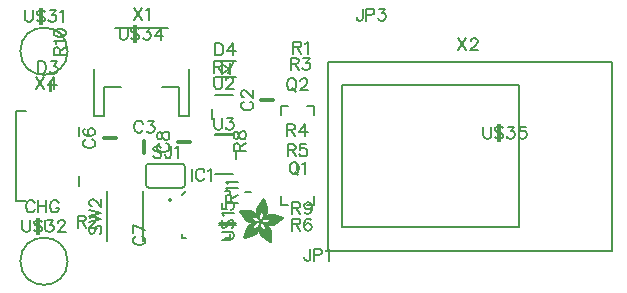
<source format=gto>
G04 DipTrace 3.0.0.0*
G04 TopSilk.gto*
%MOIN*%
G04 #@! TF.FileFunction,Legend,Top*
G04 #@! TF.Part,Single*
%ADD18C,0.012*%
%ADD25C,0.008*%
%ADD36C,0.005*%
%ADD101C,0.006176*%
%FSLAX26Y26*%
G04*
G70*
G90*
G75*
G01*
G04 TopSilk*
%LPD*%
X1259018Y1031516D2*
D18*
X1219014D1*
X829016Y854014D2*
Y894018D1*
X692439Y904213D2*
X732443D1*
X979608Y891654D2*
X939604D1*
G36*
X502008Y596507D2*
X494563D1*
Y631519D1*
X502008D1*
Y596507D1*
G37*
G36*
X519508Y1059007D2*
X512063D1*
Y1094019D1*
X519508D1*
Y1059007D1*
G37*
G36*
X1110802Y1114339D2*
X1118693D1*
Y1153698D1*
X1110802D1*
Y1114339D1*
G37*
X1133391Y1106457D2*
D25*
X1064641D1*
Y1161575D2*
X1133391D1*
X1110822Y1134016D2*
X1087209Y1118269D1*
Y1149763D1*
X1110822Y1134016D1*
X909016Y699009D2*
G02X909016Y699009I5004J0D01*
G01*
X1098983Y570269D2*
X1112767D1*
Y584046D2*
Y570269D1*
X969046D2*
X955284D1*
Y584046D1*
X1112767Y713986D2*
Y727762D1*
X1098983D1*
X969046D2*
X955284Y713986D1*
X1370510Y681453D2*
X1394131D1*
Y712953D1*
X1307521Y681453D2*
X1283901D1*
Y712953D1*
X1307521Y1011579D2*
X1283901D1*
Y980079D1*
X1370510Y1011579D2*
X1394131D1*
Y980079D1*
X1339016Y819017D2*
Y799016D1*
X1184016Y724016D2*
X1164016D1*
X844013Y819016D2*
X954019D1*
X844013Y739016D2*
G02X834016Y749016I0J9997D01*
G01*
X964016D2*
G02X954019Y739016I-10009J9D01*
G01*
X964016Y809016D2*
G03X954019Y819016I-9992J8D01*
G01*
X844013D2*
G03X834016Y809016I3J-10000D01*
G01*
Y749016D1*
X964016Y809016D2*
Y749016D1*
X954019Y739016D2*
X844013D1*
X824071Y726693D2*
Y561339D1*
X703961D2*
Y726693D1*
X1062522Y919055D2*
X1125510D1*
X1062522Y1048976D2*
X1125510D1*
X1052677Y968269D2*
Y999762D1*
X1125510Y913976D2*
X1062522D1*
X1125510Y784055D2*
X1062522D1*
X1135354Y864762D2*
Y833269D1*
G36*
X1249896Y554893D2*
X1247888D1*
Y554640D1*
X1249896D1*
Y554893D1*
G37*
G36*
X1250640Y555146D2*
X1247397D1*
Y554893D1*
X1250640D1*
Y555146D1*
G37*
G36*
X1251383Y555384D2*
X1246638D1*
Y555131D1*
X1251383D1*
Y555384D1*
G37*
G36*
X1251636Y555636D2*
X1246147D1*
Y555384D1*
X1251636D1*
Y555636D1*
G37*
G36*
X1252142Y555889D2*
X1245895D1*
Y555636D1*
X1252142D1*
Y555889D1*
G37*
G36*
X1252395Y556142D2*
X1245389D1*
Y555889D1*
X1252395D1*
Y556142D1*
G37*
G36*
X1252886Y556395D2*
X1245136D1*
Y556142D1*
X1252886D1*
Y556395D1*
G37*
G36*
X1253139Y556648D2*
X1244645D1*
Y556380D1*
X1253139D1*
Y556648D1*
G37*
G36*
X1253391Y556886D2*
X1244392D1*
Y556633D1*
X1253391D1*
Y556886D1*
G37*
G36*
Y557139D2*
X1243886D1*
Y556886D1*
X1253391D1*
Y557139D1*
G37*
G36*
X1253644Y557392D2*
X1243648D1*
Y557139D1*
X1253644D1*
Y557392D1*
G37*
G36*
Y557645D2*
X1243143D1*
Y557377D1*
X1253644D1*
Y557645D1*
G37*
G36*
X1253882Y557882D2*
X1242890D1*
Y557630D1*
X1253882D1*
Y557882D1*
G37*
G36*
Y558135D2*
X1242637D1*
Y557882D1*
X1253882D1*
Y558135D1*
G37*
G36*
Y558388D2*
X1242146D1*
Y558135D1*
X1253882D1*
Y558388D1*
G37*
G36*
X1254135Y558641D2*
X1241893D1*
Y558373D1*
X1254135D1*
Y558641D1*
G37*
G36*
Y558894D2*
X1241640D1*
Y558626D1*
X1254135D1*
Y558894D1*
G37*
G36*
Y559147D2*
X1241135D1*
Y558879D1*
X1254135D1*
Y559147D1*
G37*
G36*
Y559385D2*
X1240897D1*
Y559132D1*
X1254135D1*
Y559385D1*
G37*
G36*
X1254388Y559638D2*
X1240644D1*
Y559385D1*
X1254388D1*
Y559638D1*
G37*
G36*
Y559891D2*
X1240138D1*
Y559623D1*
X1254388D1*
Y559891D1*
G37*
G36*
Y560143D2*
X1239885D1*
Y559876D1*
X1254388D1*
Y560143D1*
G37*
G36*
Y560396D2*
X1239394D1*
Y560129D1*
X1254388D1*
Y560396D1*
G37*
G36*
Y560634D2*
X1239141D1*
Y560381D1*
X1254388D1*
Y560634D1*
G37*
G36*
Y560887D2*
X1238888D1*
Y560634D1*
X1254388D1*
Y560887D1*
G37*
G36*
Y561140D2*
X1238383D1*
Y560872D1*
X1254388D1*
Y561140D1*
G37*
G36*
Y561393D2*
X1238145D1*
Y561125D1*
X1254388D1*
Y561393D1*
G37*
G36*
Y561646D2*
X1237892D1*
Y561378D1*
X1254388D1*
Y561646D1*
G37*
G36*
Y561884D2*
X1237386D1*
Y561631D1*
X1254388D1*
Y561884D1*
G37*
G36*
Y562137D2*
X1237148D1*
Y561869D1*
X1254388D1*
Y562137D1*
G37*
G36*
Y562390D2*
X1236642D1*
Y562122D1*
X1254388D1*
Y562390D1*
G37*
G36*
Y562642D2*
X1236390D1*
Y562375D1*
X1254388D1*
Y562642D1*
G37*
G36*
Y562895D2*
X1236137D1*
Y562628D1*
X1254388D1*
Y562895D1*
G37*
G36*
Y563148D2*
X1235646D1*
Y562880D1*
X1254388D1*
Y563148D1*
G37*
G36*
Y563386D2*
X1235393D1*
Y563133D1*
X1254388D1*
Y563386D1*
G37*
G36*
Y563639D2*
X1235140D1*
Y563371D1*
X1254388D1*
Y563639D1*
G37*
G36*
Y563892D2*
X1234649D1*
Y563624D1*
X1254388D1*
Y563892D1*
G37*
G36*
Y564145D2*
X1234396D1*
Y563877D1*
X1254388D1*
Y564145D1*
G37*
G36*
Y564383D2*
X1234143D1*
Y564130D1*
X1254388D1*
Y564383D1*
G37*
G36*
Y564636D2*
X1233638D1*
Y564368D1*
X1254388D1*
Y564636D1*
G37*
G36*
Y564889D2*
X1233385D1*
Y564621D1*
X1254388D1*
Y564889D1*
G37*
G36*
Y565141D2*
X1232894D1*
Y564874D1*
X1254388D1*
Y565141D1*
G37*
G36*
Y565394D2*
X1232641D1*
Y565127D1*
X1254388D1*
Y565394D1*
G37*
G36*
Y565647D2*
X1232388D1*
Y565365D1*
X1254388D1*
Y565647D1*
G37*
G36*
Y565885D2*
X1231882D1*
Y565617D1*
X1254388D1*
Y565885D1*
G37*
G36*
Y566138D2*
X1231644D1*
Y565870D1*
X1254388D1*
Y566138D1*
G37*
G36*
Y566391D2*
X1231392D1*
Y566123D1*
X1254388D1*
Y566391D1*
G37*
G36*
Y566644D2*
X1230886D1*
Y566376D1*
X1254388D1*
Y566644D1*
G37*
G36*
Y566897D2*
X1230648D1*
Y566629D1*
X1254388D1*
Y566897D1*
G37*
G36*
Y567135D2*
X1230395D1*
Y566867D1*
X1254388D1*
Y567135D1*
G37*
G36*
Y567388D2*
X1229889D1*
Y567120D1*
X1254388D1*
Y567388D1*
G37*
G36*
Y567640D2*
X1229636D1*
Y567373D1*
X1254388D1*
Y567640D1*
G37*
G36*
Y567893D2*
X1229145D1*
Y567626D1*
X1254388D1*
Y567893D1*
G37*
G36*
Y568146D2*
X1228893D1*
Y567864D1*
X1254388D1*
Y568146D1*
G37*
G36*
X1164886Y568384D2*
X1162387D1*
Y568146D1*
X1164886D1*
Y568384D1*
G37*
G36*
X1254388D2*
X1228640D1*
Y568116D1*
X1254388D1*
Y568384D1*
G37*
G36*
X1165645Y568637D2*
X1161644D1*
Y568384D1*
X1165645D1*
Y568637D1*
G37*
G36*
X1254388D2*
X1228149D1*
Y568369D1*
X1254388D1*
Y568637D1*
G37*
G36*
X1166642Y568890D2*
X1161138D1*
Y568637D1*
X1166642D1*
Y568890D1*
G37*
G36*
X1254388D2*
X1227896D1*
Y568622D1*
X1254388D1*
Y568890D1*
G37*
G36*
X1167385Y569143D2*
X1160885D1*
Y568890D1*
X1167385D1*
Y569143D1*
G37*
G36*
X1254388D2*
X1227643D1*
Y568875D1*
X1254388D1*
Y569143D1*
G37*
G36*
X1168144Y569396D2*
X1160394D1*
Y569128D1*
X1168144D1*
Y569396D1*
G37*
G36*
X1254388D2*
X1227137D1*
Y569113D1*
X1254388D1*
Y569396D1*
G37*
G36*
X1168888Y569649D2*
X1160141D1*
Y569381D1*
X1168888D1*
Y569649D1*
G37*
G36*
X1254388D2*
X1226885D1*
Y569366D1*
X1254388D1*
Y569649D1*
G37*
G36*
X1169646Y569887D2*
X1159888D1*
Y569634D1*
X1169646D1*
Y569887D1*
G37*
G36*
X1254388D2*
X1226647D1*
Y569619D1*
X1254388D1*
Y569887D1*
G37*
G36*
X1170643Y570139D2*
X1159636D1*
Y569887D1*
X1170643D1*
Y570139D1*
G37*
G36*
X1254388D2*
X1226141D1*
Y569872D1*
X1254388D1*
Y570139D1*
G37*
G36*
X1171149Y570392D2*
X1159383D1*
Y570125D1*
X1171149D1*
Y570392D1*
G37*
G36*
X1254388D2*
X1225888D1*
Y570125D1*
X1254388D1*
Y570392D1*
G37*
G36*
X1172145Y570645D2*
X1159145D1*
Y570377D1*
X1172145D1*
Y570645D1*
G37*
G36*
X1254388D2*
X1225397D1*
Y570363D1*
X1254388D1*
Y570645D1*
G37*
G36*
X1172636Y570883D2*
X1159145D1*
Y570630D1*
X1172636D1*
Y570883D1*
G37*
G36*
X1254388D2*
X1225144D1*
Y570615D1*
X1254388D1*
Y570883D1*
G37*
G36*
X1173648Y571136D2*
X1158892D1*
Y570883D1*
X1173648D1*
Y571136D1*
G37*
G36*
X1254388D2*
X1224891D1*
Y570868D1*
X1254388D1*
Y571136D1*
G37*
G36*
X1174391Y571389D2*
X1158892D1*
Y571136D1*
X1174391D1*
Y571389D1*
G37*
G36*
X1254388D2*
X1224386D1*
Y571121D1*
X1254388D1*
Y571389D1*
G37*
G36*
X1174882Y571642D2*
X1158639D1*
Y571374D1*
X1174882D1*
Y571642D1*
G37*
G36*
X1254388D2*
X1224148D1*
Y571359D1*
X1254388D1*
Y571642D1*
G37*
G36*
X1175894Y571895D2*
X1158639D1*
Y571627D1*
X1175894D1*
Y571895D1*
G37*
G36*
X1254388D2*
X1223895D1*
Y571612D1*
X1254388D1*
Y571895D1*
G37*
G36*
X1176637Y572148D2*
X1158386D1*
Y571880D1*
X1176637D1*
Y572148D1*
G37*
G36*
X1254388D2*
X1223389D1*
Y571865D1*
X1254388D1*
Y572148D1*
G37*
G36*
X1177396Y572386D2*
X1158386D1*
Y572133D1*
X1177396D1*
Y572386D1*
G37*
G36*
X1254388D2*
X1223136D1*
Y572118D1*
X1254388D1*
Y572386D1*
G37*
G36*
X1177887Y572638D2*
X1158386D1*
Y572371D1*
X1177887D1*
Y572638D1*
G37*
G36*
X1254388D2*
X1222883D1*
Y572371D1*
X1254388D1*
Y572638D1*
G37*
G36*
X1178884Y572891D2*
X1158386D1*
Y572624D1*
X1178884D1*
Y572891D1*
G37*
G36*
X1254388D2*
X1222392D1*
Y572609D1*
X1254388D1*
Y572891D1*
G37*
G36*
X1179389Y573144D2*
X1158386D1*
Y572876D1*
X1179389D1*
Y573144D1*
G37*
G36*
X1254388D2*
X1222139D1*
Y572862D1*
X1254388D1*
Y573144D1*
G37*
G36*
X1180386Y573382D2*
X1158386D1*
Y573129D1*
X1180386D1*
Y573382D1*
G37*
G36*
X1254388D2*
X1221887D1*
Y573114D1*
X1254388D1*
Y573382D1*
G37*
G36*
X1181144Y573635D2*
X1158386D1*
Y573367D1*
X1181144D1*
Y573635D1*
G37*
G36*
X1254388D2*
X1221649D1*
Y573367D1*
X1254388D1*
Y573635D1*
G37*
G36*
X1181888Y573888D2*
X1158386D1*
Y573620D1*
X1181888D1*
Y573888D1*
G37*
G36*
X1254388D2*
X1221143D1*
Y573620D1*
X1254388D1*
Y573888D1*
G37*
G36*
X1182647Y574141D2*
X1158386D1*
Y573873D1*
X1182647D1*
Y574141D1*
G37*
G36*
X1254388D2*
X1220890D1*
Y573858D1*
X1254388D1*
Y574141D1*
G37*
G36*
X1183391Y574394D2*
X1158386D1*
Y574126D1*
X1183391D1*
Y574394D1*
G37*
G36*
X1254388D2*
X1220637D1*
Y574111D1*
X1254388D1*
Y574394D1*
G37*
G36*
X1184134Y574647D2*
X1158386D1*
Y574364D1*
X1184134D1*
Y574647D1*
G37*
G36*
X1254388D2*
X1220384D1*
Y574364D1*
X1254388D1*
Y574647D1*
G37*
G36*
X1184893Y574885D2*
X1158639D1*
Y574617D1*
X1184893D1*
Y574885D1*
G37*
G36*
X1254388D2*
X1220146D1*
Y574617D1*
X1254388D1*
Y574885D1*
G37*
G36*
X1185637Y575137D2*
X1158639D1*
Y574870D1*
X1185637D1*
Y575137D1*
G37*
G36*
X1254388D2*
X1219893D1*
Y574855D1*
X1254388D1*
Y575137D1*
G37*
G36*
X1186395Y575390D2*
X1158639D1*
Y575123D1*
X1186395D1*
Y575390D1*
G37*
G36*
X1254388D2*
X1219640D1*
Y575108D1*
X1254388D1*
Y575390D1*
G37*
G36*
X1187139Y575643D2*
X1158639D1*
Y575361D1*
X1187139D1*
Y575643D1*
G37*
G36*
X1254388D2*
X1219388D1*
Y575361D1*
X1254388D1*
Y575643D1*
G37*
G36*
X1187883Y575896D2*
X1158639D1*
Y575613D1*
X1187883D1*
Y575896D1*
G37*
G36*
X1254388D2*
X1219135D1*
Y575613D1*
X1254388D1*
Y575896D1*
G37*
G36*
X1188641Y576134D2*
X1158892D1*
Y575866D1*
X1188641D1*
Y576134D1*
G37*
G36*
X1254388D2*
X1218897D1*
Y575866D1*
X1254388D1*
Y576134D1*
G37*
G36*
X1189385Y576387D2*
X1158892D1*
Y576119D1*
X1189385D1*
Y576387D1*
G37*
G36*
X1254388D2*
X1218644D1*
Y576119D1*
X1254388D1*
Y576387D1*
G37*
G36*
X1190144Y576640D2*
X1158892D1*
Y576357D1*
X1190144D1*
Y576640D1*
G37*
G36*
X1254388D2*
X1218391D1*
Y576357D1*
X1254388D1*
Y576640D1*
G37*
G36*
X1190887Y576893D2*
X1159145D1*
Y576610D1*
X1190887D1*
Y576893D1*
G37*
G36*
X1254388D2*
X1218138D1*
Y576610D1*
X1254388D1*
Y576893D1*
G37*
G36*
X1191646Y577146D2*
X1159145D1*
Y576863D1*
X1191646D1*
Y577146D1*
G37*
G36*
X1254388D2*
X1217885D1*
Y576863D1*
X1254388D1*
Y577146D1*
G37*
G36*
X1192390Y577384D2*
X1159145D1*
Y577116D1*
X1192390D1*
Y577384D1*
G37*
G36*
X1254388D2*
X1217647D1*
Y577116D1*
X1254388D1*
Y577384D1*
G37*
G36*
X1193148Y577636D2*
X1159383D1*
Y577369D1*
X1193148D1*
Y577636D1*
G37*
G36*
X1254388D2*
X1217394D1*
Y577354D1*
X1254388D1*
Y577636D1*
G37*
G36*
X1193639Y577889D2*
X1159383D1*
Y577607D1*
X1193639D1*
Y577889D1*
G37*
G36*
X1254388D2*
X1217394D1*
Y577607D1*
X1254388D1*
Y577889D1*
G37*
G36*
X1194383Y578142D2*
X1159383D1*
Y577860D1*
X1194383D1*
Y578142D1*
G37*
G36*
X1254388D2*
X1217142D1*
Y577860D1*
X1254388D1*
Y578142D1*
G37*
G36*
X1194889Y578395D2*
X1159636D1*
Y578112D1*
X1194889D1*
Y578395D1*
G37*
G36*
X1254388D2*
X1216889D1*
Y578112D1*
X1254388D1*
Y578395D1*
G37*
G36*
X1195395Y578648D2*
X1159636D1*
Y578365D1*
X1195395D1*
Y578648D1*
G37*
G36*
X1254388D2*
X1216636D1*
Y578365D1*
X1254388D1*
Y578648D1*
G37*
G36*
X1195885Y578886D2*
X1159636D1*
Y578618D1*
X1195885D1*
Y578886D1*
G37*
G36*
X1254388D2*
X1216383D1*
Y578618D1*
X1254388D1*
Y578886D1*
G37*
G36*
X1196391Y579139D2*
X1159888D1*
Y578856D1*
X1196391D1*
Y579139D1*
G37*
G36*
X1254388D2*
X1216383D1*
Y578856D1*
X1254388D1*
Y579139D1*
G37*
G36*
X1196897Y579392D2*
X1159888D1*
Y579109D1*
X1196897D1*
Y579392D1*
G37*
G36*
X1254388D2*
X1216145D1*
Y579109D1*
X1254388D1*
Y579392D1*
G37*
G36*
X1197388Y579645D2*
X1159888D1*
Y579362D1*
X1197388D1*
Y579645D1*
G37*
G36*
X1254388D2*
X1215892D1*
Y579362D1*
X1254388D1*
Y579645D1*
G37*
G36*
X1197894Y579883D2*
X1160141D1*
Y579615D1*
X1197894D1*
Y579883D1*
G37*
G36*
X1254388D2*
X1215639D1*
Y579615D1*
X1254388D1*
Y579883D1*
G37*
G36*
X1198384Y580135D2*
X1160141D1*
Y579853D1*
X1198384D1*
Y580135D1*
G37*
G36*
X1254388D2*
X1215639D1*
Y579853D1*
X1254388D1*
Y580135D1*
G37*
G36*
X1198890Y580388D2*
X1160141D1*
Y580106D1*
X1198890D1*
Y580388D1*
G37*
G36*
X1254388D2*
X1215386D1*
Y580106D1*
X1254388D1*
Y580388D1*
G37*
G36*
X1199143Y580641D2*
X1160394D1*
Y580359D1*
X1199143D1*
Y580641D1*
G37*
G36*
X1254388D2*
X1215148D1*
Y580359D1*
X1254388D1*
Y580641D1*
G37*
G36*
X1199649Y580894D2*
X1160394D1*
Y580611D1*
X1199649D1*
Y580894D1*
G37*
G36*
X1254388D2*
X1215148D1*
Y580611D1*
X1254388D1*
Y580894D1*
G37*
G36*
X1199887Y581147D2*
X1160394D1*
Y580864D1*
X1199887D1*
Y581147D1*
G37*
G36*
X1254388D2*
X1214895D1*
Y580864D1*
X1254388D1*
Y581147D1*
G37*
G36*
X1200392Y581385D2*
X1160394D1*
Y581102D1*
X1200392D1*
Y581385D1*
G37*
G36*
X1254388D2*
X1214643D1*
Y581102D1*
X1254388D1*
Y581385D1*
G37*
G36*
X1200645Y581638D2*
X1160647D1*
Y581355D1*
X1200645D1*
Y581638D1*
G37*
G36*
X1254388D2*
X1214643D1*
Y581355D1*
X1254388D1*
Y581638D1*
G37*
G36*
X1200883Y581891D2*
X1160647D1*
Y581608D1*
X1200883D1*
Y581891D1*
G37*
G36*
X1254388D2*
X1214390D1*
Y581608D1*
X1254388D1*
Y581891D1*
G37*
G36*
X1201389Y582144D2*
X1160885D1*
Y581861D1*
X1201389D1*
Y582144D1*
G37*
G36*
X1254388D2*
X1214390D1*
Y581861D1*
X1254388D1*
Y582144D1*
G37*
G36*
X1201642Y582396D2*
X1160885D1*
Y582114D1*
X1201642D1*
Y582396D1*
G37*
G36*
X1254388D2*
X1214137D1*
Y582114D1*
X1254388D1*
Y582396D1*
G37*
G36*
X1202148Y582634D2*
X1160885D1*
Y582352D1*
X1202148D1*
Y582634D1*
G37*
G36*
X1254388D2*
X1213884D1*
Y582352D1*
X1254388D1*
Y582634D1*
G37*
G36*
X1202386Y582887D2*
X1160885D1*
Y582605D1*
X1202386D1*
Y582887D1*
G37*
G36*
X1254388D2*
X1213884D1*
Y582605D1*
X1254388D1*
Y582887D1*
G37*
G36*
X1202639Y583140D2*
X1161138D1*
Y582858D1*
X1202639D1*
Y583140D1*
G37*
G36*
X1254388D2*
X1213646D1*
Y582858D1*
X1254388D1*
Y583140D1*
G37*
G36*
X1202891Y583393D2*
X1161138D1*
Y583110D1*
X1202891D1*
Y583393D1*
G37*
G36*
X1254388D2*
X1213646D1*
Y583110D1*
X1254388D1*
Y583393D1*
G37*
G36*
X1203144Y583646D2*
X1161391D1*
Y583363D1*
X1203144D1*
Y583646D1*
G37*
G36*
X1254388D2*
X1213393D1*
Y583363D1*
X1254388D1*
Y583646D1*
G37*
G36*
X1203382Y583884D2*
X1161391D1*
Y583601D1*
X1203382D1*
Y583884D1*
G37*
G36*
X1254388D2*
X1213393D1*
Y583601D1*
X1254388D1*
Y583884D1*
G37*
G36*
X1203888Y584137D2*
X1161391D1*
Y583854D1*
X1203888D1*
Y584137D1*
G37*
G36*
X1254388D2*
X1213140D1*
Y583854D1*
X1254388D1*
Y584137D1*
G37*
G36*
X1204141Y584390D2*
X1161391D1*
Y584107D1*
X1204141D1*
Y584390D1*
G37*
G36*
X1254388D2*
X1213140D1*
Y584107D1*
X1254388D1*
Y584390D1*
G37*
G36*
X1204394Y584643D2*
X1161644D1*
Y584360D1*
X1204394D1*
Y584643D1*
G37*
G36*
X1254388D2*
X1212887D1*
Y584360D1*
X1254388D1*
Y584643D1*
G37*
G36*
X1204647Y584895D2*
X1161644D1*
Y584613D1*
X1204647D1*
Y584895D1*
G37*
G36*
X1254388D2*
X1212887D1*
Y584613D1*
X1254388D1*
Y584895D1*
G37*
G36*
X1204647Y585148D2*
X1161897D1*
Y584851D1*
X1204647D1*
Y585148D1*
G37*
G36*
X1254388D2*
X1212887D1*
Y584851D1*
X1254388D1*
Y585148D1*
G37*
G36*
X1205138Y585386D2*
X1161897D1*
Y585104D1*
X1205138D1*
Y585386D1*
G37*
G36*
X1254388D2*
X1212634D1*
Y585104D1*
X1254388D1*
Y585386D1*
G37*
G36*
X1205138Y585639D2*
X1161897D1*
Y585357D1*
X1205138D1*
Y585639D1*
G37*
G36*
X1254388D2*
X1212634D1*
Y585357D1*
X1254388D1*
Y585639D1*
G37*
G36*
X1205390Y585892D2*
X1161897D1*
Y585609D1*
X1205390D1*
Y585892D1*
G37*
G36*
X1254388D2*
X1212396D1*
Y585609D1*
X1254388D1*
Y585892D1*
G37*
G36*
X1205643Y586145D2*
X1162135D1*
Y585847D1*
X1205643D1*
Y586145D1*
G37*
G36*
X1254388D2*
X1212396D1*
Y585862D1*
X1254388D1*
Y586145D1*
G37*
G36*
X1205896Y586383D2*
X1162135D1*
Y586100D1*
X1205896D1*
Y586383D1*
G37*
G36*
X1254388D2*
X1212396D1*
Y586115D1*
X1254388D1*
Y586383D1*
G37*
G36*
X1206134Y586636D2*
X1162135D1*
Y586353D1*
X1206134D1*
Y586636D1*
G37*
G36*
X1254388D2*
X1212396D1*
Y586353D1*
X1254388D1*
Y586636D1*
G37*
G36*
X1206387Y586889D2*
X1162387D1*
Y586606D1*
X1206387D1*
Y586889D1*
G37*
G36*
X1254388D2*
X1212144D1*
Y586606D1*
X1254388D1*
Y586889D1*
G37*
G36*
X1206387Y587141D2*
X1162387D1*
Y586859D1*
X1206387D1*
Y587141D1*
G37*
G36*
X1254388D2*
X1212144D1*
Y586859D1*
X1254388D1*
Y587141D1*
G37*
G36*
X1206640Y587394D2*
X1162387D1*
Y587112D1*
X1206640D1*
Y587394D1*
G37*
G36*
X1254388D2*
X1211891D1*
Y587112D1*
X1254388D1*
Y587394D1*
G37*
G36*
X1206893Y587647D2*
X1162640D1*
Y587350D1*
X1206893D1*
Y587647D1*
G37*
G36*
X1254388D2*
X1211891D1*
Y587350D1*
X1254388D1*
Y587647D1*
G37*
G36*
X1207146Y587885D2*
X1162640D1*
Y587603D1*
X1207146D1*
Y587885D1*
G37*
G36*
X1254388D2*
X1211891D1*
Y587603D1*
X1254388D1*
Y587885D1*
G37*
G36*
X1207146Y588138D2*
X1162640D1*
Y587855D1*
X1207146D1*
Y588138D1*
G37*
G36*
X1254388D2*
X1211891D1*
Y587855D1*
X1254388D1*
Y588138D1*
G37*
G36*
X1207384Y588391D2*
X1162893D1*
Y588108D1*
X1207384D1*
Y588391D1*
G37*
G36*
X1254388D2*
X1211891D1*
Y588108D1*
X1254388D1*
Y588391D1*
G37*
G36*
X1207637Y588644D2*
X1162893D1*
Y588346D1*
X1207637D1*
Y588644D1*
G37*
G36*
X1254388D2*
X1211638D1*
Y588361D1*
X1254388D1*
Y588644D1*
G37*
G36*
X1207637Y588897D2*
X1162893D1*
Y588599D1*
X1207637D1*
Y588897D1*
G37*
G36*
X1254388D2*
X1211638D1*
Y588614D1*
X1254388D1*
Y588897D1*
G37*
G36*
X1207889Y589135D2*
X1163146D1*
Y588852D1*
X1207889D1*
Y589135D1*
G37*
G36*
X1254135D2*
X1211638D1*
Y588852D1*
X1254135D1*
Y589135D1*
G37*
G36*
X1207889Y589388D2*
X1163146D1*
Y589105D1*
X1207889D1*
Y589388D1*
G37*
G36*
X1254135D2*
X1211638D1*
Y589105D1*
X1254135D1*
Y589388D1*
G37*
G36*
X1208142Y589640D2*
X1163146D1*
Y589358D1*
X1208142D1*
Y589640D1*
G37*
G36*
X1254135D2*
X1211385D1*
Y589358D1*
X1254135D1*
Y589640D1*
G37*
G36*
X1208395Y589893D2*
X1163384D1*
Y589611D1*
X1208395D1*
Y589893D1*
G37*
G36*
X1254135D2*
X1211385D1*
Y589611D1*
X1254135D1*
Y589893D1*
G37*
G36*
X1208395Y590146D2*
X1163384D1*
Y589849D1*
X1208395D1*
Y590146D1*
G37*
G36*
X1254135D2*
X1211385D1*
Y589849D1*
X1254135D1*
Y590146D1*
G37*
G36*
X1208648Y590384D2*
X1163384D1*
Y590102D1*
X1208648D1*
Y590384D1*
G37*
G36*
X1254135D2*
X1211385D1*
Y590102D1*
X1254135D1*
Y590384D1*
G37*
G36*
X1208648Y590637D2*
X1163637D1*
Y590354D1*
X1208648D1*
Y590637D1*
G37*
G36*
X1254135D2*
X1211385D1*
Y590354D1*
X1254135D1*
Y590637D1*
G37*
G36*
X1208886Y590890D2*
X1163637D1*
Y590607D1*
X1208886D1*
Y590890D1*
G37*
G36*
X1254135D2*
X1211385D1*
Y590607D1*
X1254135D1*
Y590890D1*
G37*
G36*
X1208886Y591143D2*
X1163637D1*
Y590860D1*
X1208886D1*
Y591143D1*
G37*
G36*
X1254135D2*
X1211385D1*
Y590860D1*
X1254135D1*
Y591143D1*
G37*
G36*
X1209139Y591396D2*
X1163890D1*
Y591098D1*
X1209139D1*
Y591396D1*
G37*
G36*
X1254135D2*
X1211385D1*
Y591113D1*
X1254135D1*
Y591396D1*
G37*
G36*
X1209139Y591649D2*
X1163890D1*
Y591351D1*
X1209139D1*
Y591649D1*
G37*
G36*
X1254135D2*
X1211385D1*
Y591351D1*
X1254135D1*
Y591649D1*
G37*
G36*
X1209139Y591887D2*
X1163890D1*
Y591604D1*
X1209139D1*
Y591887D1*
G37*
G36*
X1253882D2*
X1211147D1*
Y591604D1*
X1253882D1*
Y591887D1*
G37*
G36*
X1209392Y592139D2*
X1164143D1*
Y591857D1*
X1209392D1*
Y592139D1*
G37*
G36*
X1253882D2*
X1211147D1*
Y591857D1*
X1253882D1*
Y592139D1*
G37*
G36*
X1209392Y592392D2*
X1164143D1*
Y592110D1*
X1209392D1*
Y592392D1*
G37*
G36*
X1253882D2*
X1211147D1*
Y592110D1*
X1253882D1*
Y592392D1*
G37*
G36*
X1209645Y592645D2*
X1164143D1*
Y592348D1*
X1209645D1*
Y592645D1*
G37*
G36*
X1253882D2*
X1211147D1*
Y592363D1*
X1253882D1*
Y592645D1*
G37*
G36*
X1209645Y592883D2*
X1164395D1*
Y592601D1*
X1209645D1*
Y592883D1*
G37*
G36*
X1253882D2*
X1211147D1*
Y592601D1*
X1253882D1*
Y592883D1*
G37*
G36*
X1209645Y593136D2*
X1164395D1*
Y592853D1*
X1209645D1*
Y593136D1*
G37*
G36*
X1253882D2*
X1211147D1*
Y592853D1*
X1253882D1*
Y593136D1*
G37*
G36*
X1209883Y593389D2*
X1164395D1*
Y593106D1*
X1209883D1*
Y593389D1*
G37*
G36*
X1253882D2*
X1211147D1*
Y593106D1*
X1253882D1*
Y593389D1*
G37*
G36*
X1209883Y593642D2*
X1164648D1*
Y593359D1*
X1209883D1*
Y593642D1*
G37*
G36*
X1253882D2*
X1211147D1*
Y593359D1*
X1253882D1*
Y593642D1*
G37*
G36*
X1209883Y593895D2*
X1164648D1*
Y593612D1*
X1209883D1*
Y593895D1*
G37*
G36*
X1253644D2*
X1211147D1*
Y593612D1*
X1253644D1*
Y593895D1*
G37*
G36*
X1210135Y594148D2*
X1164648D1*
Y593850D1*
X1210135D1*
Y594148D1*
G37*
G36*
X1253644D2*
X1211147D1*
Y593850D1*
X1253644D1*
Y594148D1*
G37*
G36*
X1210135Y594386D2*
X1164886D1*
Y594103D1*
X1210135D1*
Y594386D1*
G37*
G36*
X1253644D2*
X1211147D1*
Y594103D1*
X1253644D1*
Y594386D1*
G37*
G36*
X1210135Y594638D2*
X1164886D1*
Y594356D1*
X1210135D1*
Y594638D1*
G37*
G36*
X1253644D2*
X1211147D1*
Y594356D1*
X1253644D1*
Y594638D1*
G37*
G36*
X1210135Y594891D2*
X1164886D1*
Y594609D1*
X1210135D1*
Y594891D1*
G37*
G36*
X1253644D2*
X1211147D1*
Y594609D1*
X1253644D1*
Y594891D1*
G37*
G36*
X1210388Y595144D2*
X1165139D1*
Y594847D1*
X1210388D1*
Y595144D1*
G37*
G36*
X1253391D2*
X1211147D1*
Y594862D1*
X1253391D1*
Y595144D1*
G37*
G36*
X1210388Y595382D2*
X1165139D1*
Y595100D1*
X1210388D1*
Y595382D1*
G37*
G36*
X1253391D2*
X1211147D1*
Y595114D1*
X1253391D1*
Y595382D1*
G37*
G36*
X1210388Y595635D2*
X1165139D1*
Y595352D1*
X1210388D1*
Y595635D1*
G37*
G36*
X1253391D2*
X1211385D1*
Y595352D1*
X1253391D1*
Y595635D1*
G37*
G36*
X1210641Y595888D2*
X1165392D1*
Y595605D1*
X1210641D1*
Y595888D1*
G37*
G36*
X1253391D2*
X1211385D1*
Y595605D1*
X1253391D1*
Y595888D1*
G37*
G36*
X1210641Y596141D2*
X1165392D1*
Y595858D1*
X1210641D1*
Y596141D1*
G37*
G36*
X1253391D2*
X1211385D1*
Y595858D1*
X1253391D1*
Y596141D1*
G37*
G36*
X1210641Y596394D2*
X1165392D1*
Y596111D1*
X1210641D1*
Y596394D1*
G37*
G36*
X1253139D2*
X1211385D1*
Y596111D1*
X1253139D1*
Y596394D1*
G37*
G36*
X1210641Y596647D2*
X1165645D1*
Y596349D1*
X1210641D1*
Y596647D1*
G37*
G36*
X1253139D2*
X1211385D1*
Y596349D1*
X1253139D1*
Y596647D1*
G37*
G36*
X1210894Y596885D2*
X1165645D1*
Y596602D1*
X1210894D1*
Y596885D1*
G37*
G36*
X1253139D2*
X1211385D1*
Y596602D1*
X1253139D1*
Y596885D1*
G37*
G36*
X1210894Y597137D2*
X1165645D1*
Y596855D1*
X1210894D1*
Y597137D1*
G37*
G36*
X1252886D2*
X1211385D1*
Y596855D1*
X1252886D1*
Y597137D1*
G37*
G36*
X1210894Y597390D2*
X1165883D1*
Y597108D1*
X1210894D1*
Y597390D1*
G37*
G36*
X1252886D2*
X1211385D1*
Y597108D1*
X1252886D1*
Y597390D1*
G37*
G36*
X1211147Y597643D2*
X1165883D1*
Y597361D1*
X1211147D1*
Y597643D1*
G37*
G36*
X1252886D2*
X1211385D1*
Y597361D1*
X1252886D1*
Y597643D1*
G37*
G36*
X1211147Y597896D2*
X1165883D1*
Y597599D1*
X1211147D1*
Y597896D1*
G37*
G36*
X1252886D2*
X1211385D1*
Y597613D1*
X1252886D1*
Y597896D1*
G37*
G36*
X1252648Y598134D2*
X1166136D1*
Y597822D1*
X1252648D1*
Y598134D1*
G37*
G36*
Y598387D2*
X1166136D1*
Y598075D1*
X1252648D1*
Y598387D1*
G37*
G36*
Y598640D2*
X1166136D1*
Y598327D1*
X1252648D1*
Y598640D1*
G37*
G36*
X1252395Y598893D2*
X1166389D1*
Y598565D1*
X1252395D1*
Y598893D1*
G37*
G36*
Y599146D2*
X1166389D1*
Y598818D1*
X1252395D1*
Y599146D1*
G37*
G36*
Y599384D2*
X1166389D1*
Y599071D1*
X1252395D1*
Y599384D1*
G37*
G36*
X1252142Y599636D2*
X1166642D1*
Y599324D1*
X1252142D1*
Y599636D1*
G37*
G36*
Y599889D2*
X1166642D1*
Y599577D1*
X1252142D1*
Y599889D1*
G37*
G36*
X1226885Y600142D2*
X1166642D1*
Y599845D1*
X1226885D1*
Y600142D1*
G37*
G36*
X1251889D2*
X1228387D1*
Y599874D1*
X1251889D1*
Y600142D1*
G37*
G36*
X1226141Y600395D2*
X1166894D1*
Y600098D1*
X1226141D1*
Y600395D1*
G37*
G36*
X1251889D2*
X1228893D1*
Y600127D1*
X1251889D1*
Y600395D1*
G37*
G36*
X1225635Y600648D2*
X1166894D1*
Y600336D1*
X1225635D1*
Y600648D1*
G37*
G36*
X1251889D2*
X1229145D1*
Y600365D1*
X1251889D1*
Y600648D1*
G37*
G36*
X1225397Y600886D2*
X1166894D1*
Y600588D1*
X1225397D1*
Y600886D1*
G37*
G36*
X1251636D2*
X1229383D1*
Y600618D1*
X1251636D1*
Y600886D1*
G37*
G36*
X1224891Y601139D2*
X1166894D1*
Y600841D1*
X1224891D1*
Y601139D1*
G37*
G36*
X1251636D2*
X1229383D1*
Y600871D1*
X1251636D1*
Y601139D1*
G37*
G36*
X1224638Y601392D2*
X1167147D1*
Y601094D1*
X1224638D1*
Y601392D1*
G37*
G36*
X1251383D2*
X1229636D1*
Y601124D1*
X1251383D1*
Y601392D1*
G37*
G36*
X1224386Y601645D2*
X1167147D1*
Y601347D1*
X1224386D1*
Y601645D1*
G37*
G36*
X1251383D2*
X1229636D1*
Y601377D1*
X1251383D1*
Y601645D1*
G37*
G36*
X1224148Y601883D2*
X1167385D1*
Y601600D1*
X1224148D1*
Y601883D1*
G37*
G36*
X1251145D2*
X1229636D1*
Y601630D1*
X1251145D1*
Y601883D1*
G37*
G36*
X1223895Y602135D2*
X1167385D1*
Y601838D1*
X1223895D1*
Y602135D1*
G37*
G36*
X1251145D2*
X1229889D1*
Y601868D1*
X1251145D1*
Y602135D1*
G37*
G36*
X1223642Y602388D2*
X1167385D1*
Y602091D1*
X1223642D1*
Y602388D1*
G37*
G36*
X1250892D2*
X1229889D1*
Y602121D1*
X1250892D1*
Y602388D1*
G37*
G36*
X1223389Y602641D2*
X1167385D1*
Y602344D1*
X1223389D1*
Y602641D1*
G37*
G36*
X1250892D2*
X1229889D1*
Y602373D1*
X1250892D1*
Y602641D1*
G37*
G36*
X1223136Y602894D2*
X1167638D1*
Y602597D1*
X1223136D1*
Y602894D1*
G37*
G36*
X1250640D2*
X1229889D1*
Y602626D1*
X1250640D1*
Y602894D1*
G37*
G36*
X1222883Y603147D2*
X1167638D1*
Y602849D1*
X1222883D1*
Y603147D1*
G37*
G36*
X1250640D2*
X1229889D1*
Y602879D1*
X1250640D1*
Y603147D1*
G37*
G36*
X1222645Y603385D2*
X1167891D1*
Y603102D1*
X1222645D1*
Y603385D1*
G37*
G36*
X1250387D2*
X1229889D1*
Y603132D1*
X1250387D1*
Y603385D1*
G37*
G36*
X1222392Y603638D2*
X1167891D1*
Y603340D1*
X1222392D1*
Y603638D1*
G37*
G36*
X1250387D2*
X1229889D1*
Y603370D1*
X1250387D1*
Y603638D1*
G37*
G36*
X1222392Y603891D2*
X1167891D1*
Y603593D1*
X1222392D1*
Y603891D1*
G37*
G36*
X1250149D2*
X1229889D1*
Y603623D1*
X1250149D1*
Y603891D1*
G37*
G36*
X1222139Y604144D2*
X1168144D1*
Y603846D1*
X1222139D1*
Y604144D1*
G37*
G36*
X1249896D2*
X1229889D1*
Y603876D1*
X1249896D1*
Y604144D1*
G37*
G36*
X1221887Y604396D2*
X1168144D1*
Y604099D1*
X1221887D1*
Y604396D1*
G37*
G36*
X1249896D2*
X1229889D1*
Y604129D1*
X1249896D1*
Y604396D1*
G37*
G36*
X1221649Y604634D2*
X1168397D1*
Y604352D1*
X1221649D1*
Y604634D1*
G37*
G36*
X1249643D2*
X1229889D1*
Y604367D1*
X1249643D1*
Y604634D1*
G37*
G36*
X1196391Y604887D2*
X1168397D1*
Y604620D1*
X1196391D1*
Y604887D1*
G37*
G36*
X1221649D2*
X1197894D1*
Y604620D1*
X1221649D1*
Y604887D1*
G37*
G36*
X1249643D2*
X1229889D1*
Y604620D1*
X1249643D1*
Y604887D1*
G37*
G36*
X1195885Y605140D2*
X1168635D1*
Y604872D1*
X1195885D1*
Y605140D1*
G37*
G36*
X1221396D2*
X1198890D1*
Y604872D1*
X1221396D1*
Y605140D1*
G37*
G36*
X1249390D2*
X1229889D1*
Y604872D1*
X1249390D1*
Y605140D1*
G37*
G36*
X1195395Y605393D2*
X1168635D1*
Y605125D1*
X1195395D1*
Y605393D1*
G37*
G36*
X1221143D2*
X1199649D1*
Y605125D1*
X1221143D1*
Y605393D1*
G37*
G36*
X1249137D2*
X1229636D1*
Y605125D1*
X1249137D1*
Y605393D1*
G37*
G36*
X1195395Y605646D2*
X1168888D1*
Y605363D1*
X1195395D1*
Y605646D1*
G37*
G36*
X1221143D2*
X1200140D1*
Y605378D1*
X1221143D1*
Y605646D1*
G37*
G36*
X1248884D2*
X1229636D1*
Y605378D1*
X1248884D1*
Y605646D1*
G37*
G36*
X1195142Y605884D2*
X1168888D1*
Y605616D1*
X1195142D1*
Y605884D1*
G37*
G36*
X1220890D2*
X1200645D1*
Y605631D1*
X1220890D1*
Y605884D1*
G37*
G36*
X1248884D2*
X1229636D1*
Y605631D1*
X1248884D1*
Y605884D1*
G37*
G36*
X1194889Y606137D2*
X1168888D1*
Y605869D1*
X1194889D1*
Y606137D1*
G37*
G36*
X1220637D2*
X1201136D1*
Y605869D1*
X1220637D1*
Y606137D1*
G37*
G36*
X1248646D2*
X1229636D1*
Y605869D1*
X1248646D1*
Y606137D1*
G37*
G36*
X1194889Y606390D2*
X1169141D1*
Y606122D1*
X1194889D1*
Y606390D1*
G37*
G36*
X1220637D2*
X1201642D1*
Y606122D1*
X1220637D1*
Y606390D1*
G37*
G36*
X1248393D2*
X1229636D1*
Y606122D1*
X1248393D1*
Y606390D1*
G37*
G36*
X1194889Y606643D2*
X1169141D1*
Y606375D1*
X1194889D1*
Y606643D1*
G37*
G36*
X1220384D2*
X1201895D1*
Y606375D1*
X1220384D1*
Y606643D1*
G37*
G36*
X1248141D2*
X1229383D1*
Y606375D1*
X1248141D1*
Y606643D1*
G37*
G36*
X1194889Y606895D2*
X1169393D1*
Y606628D1*
X1194889D1*
Y606895D1*
G37*
G36*
X1220384D2*
X1202386D1*
Y606628D1*
X1220384D1*
Y606895D1*
G37*
G36*
X1247888D2*
X1229383D1*
Y606628D1*
X1247888D1*
Y606895D1*
G37*
G36*
X1194889Y607148D2*
X1169646D1*
Y606866D1*
X1194889D1*
Y607148D1*
G37*
G36*
X1220146D2*
X1202639D1*
Y606881D1*
X1220146D1*
Y607148D1*
G37*
G36*
X1247888D2*
X1229383D1*
Y606881D1*
X1247888D1*
Y607148D1*
G37*
G36*
X1194889Y607386D2*
X1169646D1*
Y607119D1*
X1194889D1*
Y607386D1*
G37*
G36*
X1220146D2*
X1203144D1*
Y607133D1*
X1220146D1*
Y607386D1*
G37*
G36*
X1247635D2*
X1229383D1*
Y607133D1*
X1247635D1*
Y607386D1*
G37*
G36*
X1194889Y607639D2*
X1169884D1*
Y607371D1*
X1194889D1*
Y607639D1*
G37*
G36*
X1219893D2*
X1203397D1*
Y607371D1*
X1219893D1*
Y607639D1*
G37*
G36*
X1247397D2*
X1229145D1*
Y607371D1*
X1247397D1*
Y607639D1*
G37*
G36*
X1194889Y607892D2*
X1169884D1*
Y607624D1*
X1194889D1*
Y607892D1*
G37*
G36*
X1219893D2*
X1203635D1*
Y607624D1*
X1219893D1*
Y607892D1*
G37*
G36*
X1247144D2*
X1229145D1*
Y607624D1*
X1247144D1*
Y607892D1*
G37*
G36*
X1194889Y608145D2*
X1170137D1*
Y607862D1*
X1194889D1*
Y608145D1*
G37*
G36*
X1219640D2*
X1204141D1*
Y607877D1*
X1219640D1*
Y608145D1*
G37*
G36*
X1246891D2*
X1229145D1*
Y607877D1*
X1246891D1*
Y608145D1*
G37*
G36*
X1194889Y608383D2*
X1170137D1*
Y608115D1*
X1194889D1*
Y608383D1*
G37*
G36*
X1219640D2*
X1204394D1*
Y608130D1*
X1219640D1*
Y608383D1*
G37*
G36*
X1246638D2*
X1228893D1*
Y608130D1*
X1246638D1*
Y608383D1*
G37*
G36*
X1195142Y608636D2*
X1170390D1*
Y608368D1*
X1195142D1*
Y608636D1*
G37*
G36*
X1219388D2*
X1204647D1*
Y608383D1*
X1219388D1*
Y608636D1*
G37*
G36*
X1246385D2*
X1228893D1*
Y608368D1*
X1246385D1*
Y608636D1*
G37*
G36*
X1195142Y608889D2*
X1170643D1*
Y608621D1*
X1195142D1*
Y608889D1*
G37*
G36*
X1219388D2*
X1204885D1*
Y608636D1*
X1219388D1*
Y608889D1*
G37*
G36*
X1246147D2*
X1228893D1*
Y608621D1*
X1246147D1*
Y608889D1*
G37*
G36*
X1195142Y609142D2*
X1170643D1*
Y608874D1*
X1195142D1*
Y609142D1*
G37*
G36*
X1219135D2*
X1205138D1*
Y608874D1*
X1219135D1*
Y609142D1*
G37*
G36*
X1245642D2*
X1228640D1*
Y608874D1*
X1245642D1*
Y609142D1*
G37*
G36*
X1195395Y609394D2*
X1170896D1*
Y609127D1*
X1195395D1*
Y609394D1*
G37*
G36*
X1219135D2*
X1205390D1*
Y609127D1*
X1219135D1*
Y609394D1*
G37*
G36*
X1245389D2*
X1228640D1*
Y609127D1*
X1245389D1*
Y609394D1*
G37*
G36*
X1195395Y609647D2*
X1170896D1*
Y609365D1*
X1195395D1*
Y609647D1*
G37*
G36*
X1218897D2*
X1205896D1*
Y609380D1*
X1218897D1*
Y609647D1*
G37*
G36*
X1245136D2*
X1228640D1*
Y609380D1*
X1245136D1*
Y609647D1*
G37*
G36*
X1195395Y609885D2*
X1171149D1*
Y609618D1*
X1195395D1*
Y609885D1*
G37*
G36*
X1218897D2*
X1205896D1*
Y609632D1*
X1218897D1*
Y609885D1*
G37*
G36*
X1244883D2*
X1228387D1*
Y609632D1*
X1244883D1*
Y609885D1*
G37*
G36*
X1195647Y610138D2*
X1171387D1*
Y609870D1*
X1195647D1*
Y610138D1*
G37*
G36*
X1218644D2*
X1206387D1*
Y609885D1*
X1218644D1*
Y610138D1*
G37*
G36*
X1244392D2*
X1228387D1*
Y609870D1*
X1244392D1*
Y610138D1*
G37*
G36*
X1195647Y610391D2*
X1171387D1*
Y610123D1*
X1195647D1*
Y610391D1*
G37*
G36*
X1218644D2*
X1206387D1*
Y610138D1*
X1218644D1*
Y610391D1*
G37*
G36*
X1244139D2*
X1228149D1*
Y610123D1*
X1244139D1*
Y610391D1*
G37*
G36*
X1195885Y610644D2*
X1171640D1*
Y610376D1*
X1195885D1*
Y610644D1*
G37*
G36*
X1218644D2*
X1206640D1*
Y610376D1*
X1218644D1*
Y610644D1*
G37*
G36*
X1243648D2*
X1228149D1*
Y610376D1*
X1243648D1*
Y610644D1*
G37*
G36*
X1254641D2*
X1248393D1*
Y610391D1*
X1254641D1*
Y610644D1*
G37*
G36*
X1195885Y610882D2*
X1171892D1*
Y610629D1*
X1195885D1*
Y610882D1*
G37*
G36*
X1218391D2*
X1206893D1*
Y610629D1*
X1218391D1*
Y610882D1*
G37*
G36*
X1243396D2*
X1227896D1*
Y610629D1*
X1243396D1*
Y610882D1*
G37*
G36*
X1256143D2*
X1246891D1*
Y610629D1*
X1256143D1*
Y610882D1*
G37*
G36*
X1196138Y611135D2*
X1171892D1*
Y610867D1*
X1196138D1*
Y611135D1*
G37*
G36*
X1218391D2*
X1207146D1*
Y610882D1*
X1218391D1*
Y611135D1*
G37*
G36*
X1243143D2*
X1227896D1*
Y610882D1*
X1243143D1*
Y611135D1*
G37*
G36*
X1257393D2*
X1245895D1*
Y610882D1*
X1257393D1*
Y611135D1*
G37*
G36*
X1196391Y611388D2*
X1172145D1*
Y611120D1*
X1196391D1*
Y611388D1*
G37*
G36*
X1218391D2*
X1207384D1*
Y611135D1*
X1218391D1*
Y611388D1*
G37*
G36*
X1242637D2*
X1227643D1*
Y611135D1*
X1242637D1*
Y611388D1*
G37*
G36*
X1258389D2*
X1245136D1*
Y611135D1*
X1258389D1*
Y611388D1*
G37*
G36*
X1196391Y611641D2*
X1172383D1*
Y611373D1*
X1196391D1*
Y611641D1*
G37*
G36*
X1218138D2*
X1207637D1*
Y611388D1*
X1218138D1*
Y611641D1*
G37*
G36*
X1242384D2*
X1227643D1*
Y611373D1*
X1242384D1*
Y611641D1*
G37*
G36*
X1259148D2*
X1244392D1*
Y611373D1*
X1259148D1*
Y611641D1*
G37*
G36*
X1196644Y611893D2*
X1172636D1*
Y611626D1*
X1196644D1*
Y611893D1*
G37*
G36*
X1218138D2*
X1207889D1*
Y611641D1*
X1218138D1*
Y611893D1*
G37*
G36*
X1241893D2*
X1227390D1*
Y611626D1*
X1241893D1*
Y611893D1*
G37*
G36*
X1259892D2*
X1243648D1*
Y611626D1*
X1259892D1*
Y611893D1*
G37*
G36*
X1196644Y612146D2*
X1172889D1*
Y611864D1*
X1196644D1*
Y612146D1*
G37*
G36*
X1218138D2*
X1207889D1*
Y611879D1*
X1218138D1*
Y612146D1*
G37*
G36*
X1241640D2*
X1227390D1*
Y611879D1*
X1241640D1*
Y612146D1*
G37*
G36*
X1260635D2*
X1242890D1*
Y611879D1*
X1260635D1*
Y612146D1*
G37*
G36*
X1196897Y612384D2*
X1172889D1*
Y612117D1*
X1196897D1*
Y612384D1*
G37*
G36*
X1218138D2*
X1208142D1*
Y612131D1*
X1218138D1*
Y612384D1*
G37*
G36*
X1241135D2*
X1227137D1*
Y612131D1*
X1241135D1*
Y612384D1*
G37*
G36*
X1261141D2*
X1242146D1*
Y612131D1*
X1261141D1*
Y612384D1*
G37*
G36*
X1197135Y612637D2*
X1173142D1*
Y612369D1*
X1197135D1*
Y612637D1*
G37*
G36*
X1217885D2*
X1208395D1*
Y612384D1*
X1217885D1*
Y612637D1*
G37*
G36*
X1240644D2*
X1227137D1*
Y612384D1*
X1240644D1*
Y612637D1*
G37*
G36*
X1261885D2*
X1241640D1*
Y612369D1*
X1261885D1*
Y612637D1*
G37*
G36*
X1197135Y612890D2*
X1173395D1*
Y612622D1*
X1197135D1*
Y612890D1*
G37*
G36*
X1217885D2*
X1208648D1*
Y612637D1*
X1217885D1*
Y612890D1*
G37*
G36*
X1240391D2*
X1226885D1*
Y612637D1*
X1240391D1*
Y612890D1*
G37*
G36*
X1262391D2*
X1241135D1*
Y612622D1*
X1262391D1*
Y612890D1*
G37*
G36*
X1197388Y613143D2*
X1173648D1*
Y612875D1*
X1197388D1*
Y613143D1*
G37*
G36*
X1217885D2*
X1208648D1*
Y612875D1*
X1217885D1*
Y613143D1*
G37*
G36*
X1262896D2*
X1226647D1*
Y612860D1*
X1262896D1*
Y613143D1*
G37*
G36*
X1197641Y613396D2*
X1173886D1*
Y613128D1*
X1197641D1*
Y613396D1*
G37*
G36*
X1217885D2*
X1208886D1*
Y613128D1*
X1217885D1*
Y613396D1*
G37*
G36*
X1263387D2*
X1226647D1*
Y613113D1*
X1263387D1*
Y613396D1*
G37*
G36*
X1197894Y613649D2*
X1174138D1*
Y613366D1*
X1197894D1*
Y613649D1*
G37*
G36*
X1217647D2*
X1209139D1*
Y613381D1*
X1217647D1*
Y613649D1*
G37*
G36*
X1264146D2*
X1226394D1*
Y613366D1*
X1264146D1*
Y613649D1*
G37*
G36*
X1197894Y613887D2*
X1174391D1*
Y613619D1*
X1197894D1*
Y613887D1*
G37*
G36*
X1217647D2*
X1209139D1*
Y613634D1*
X1217647D1*
Y613887D1*
G37*
G36*
X1264384D2*
X1226394D1*
Y613604D1*
X1264384D1*
Y613887D1*
G37*
G36*
X1198146Y614140D2*
X1174644D1*
Y613872D1*
X1198146D1*
Y614140D1*
G37*
G36*
X1217647D2*
X1209392D1*
Y613887D1*
X1217647D1*
Y614140D1*
G37*
G36*
X1264890D2*
X1226141D1*
Y613857D1*
X1264890D1*
Y614140D1*
G37*
G36*
X1198384Y614392D2*
X1174897D1*
Y614125D1*
X1198384D1*
Y614392D1*
G37*
G36*
X1217647D2*
X1209645D1*
Y614140D1*
X1217647D1*
Y614392D1*
G37*
G36*
X1265395D2*
X1225888D1*
Y614110D1*
X1265395D1*
Y614392D1*
G37*
G36*
X1198637Y614645D2*
X1175135D1*
Y614378D1*
X1198637D1*
Y614645D1*
G37*
G36*
X1217647D2*
X1209645D1*
Y614378D1*
X1217647D1*
Y614645D1*
G37*
G36*
X1265886D2*
X1225888D1*
Y614363D1*
X1265886D1*
Y614645D1*
G37*
G36*
X1198890Y614883D2*
X1175388D1*
Y614615D1*
X1198890D1*
Y614883D1*
G37*
G36*
X1217647D2*
X1209883D1*
Y614630D1*
X1217647D1*
Y614883D1*
G37*
G36*
X1266392D2*
X1225635D1*
Y614615D1*
X1266392D1*
Y614883D1*
G37*
G36*
X1199143Y615136D2*
X1175641D1*
Y614868D1*
X1199143D1*
Y615136D1*
G37*
G36*
X1217647D2*
X1209883D1*
Y614883D1*
X1217647D1*
Y615136D1*
G37*
G36*
X1266645D2*
X1225397D1*
Y614853D1*
X1266645D1*
Y615136D1*
G37*
G36*
X1199396Y615389D2*
X1175894D1*
Y615121D1*
X1199396D1*
Y615389D1*
G37*
G36*
X1217647D2*
X1210135D1*
Y615136D1*
X1217647D1*
Y615389D1*
G37*
G36*
X1267136D2*
X1225144D1*
Y615106D1*
X1267136D1*
Y615389D1*
G37*
G36*
X1199649Y615642D2*
X1176147D1*
Y615374D1*
X1199649D1*
Y615642D1*
G37*
G36*
X1217647D2*
X1210135D1*
Y615389D1*
X1217647D1*
Y615642D1*
G37*
G36*
X1267389D2*
X1225144D1*
Y615359D1*
X1267389D1*
Y615642D1*
G37*
G36*
X1199887Y615895D2*
X1176385D1*
Y615627D1*
X1199887D1*
Y615895D1*
G37*
G36*
X1217647D2*
X1210388D1*
Y615642D1*
X1217647D1*
Y615895D1*
G37*
G36*
X1267894D2*
X1224891D1*
Y615612D1*
X1267894D1*
Y615895D1*
G37*
G36*
X1199887Y616148D2*
X1176637D1*
Y615865D1*
X1199887D1*
Y616148D1*
G37*
G36*
X1217647D2*
X1210388D1*
Y615880D1*
X1217647D1*
Y616148D1*
G37*
G36*
X1268147D2*
X1224638D1*
Y615850D1*
X1268147D1*
Y616148D1*
G37*
G36*
X1200392Y616386D2*
X1177143D1*
Y616118D1*
X1200392D1*
Y616386D1*
G37*
G36*
X1217647D2*
X1210641D1*
Y616133D1*
X1217647D1*
Y616386D1*
G37*
G36*
X1268638D2*
X1224386D1*
Y616103D1*
X1268638D1*
Y616386D1*
G37*
G36*
X1200392Y616638D2*
X1177396D1*
Y616371D1*
X1200392D1*
Y616638D1*
G37*
G36*
X1217647D2*
X1210641D1*
Y616386D1*
X1217647D1*
Y616638D1*
G37*
G36*
X1268891D2*
X1224148D1*
Y616356D1*
X1268891D1*
Y616638D1*
G37*
G36*
X1200883Y616891D2*
X1177649D1*
Y616624D1*
X1200883D1*
Y616891D1*
G37*
G36*
X1217647D2*
X1210641D1*
Y616638D1*
X1217647D1*
Y616891D1*
G37*
G36*
X1269397D2*
X1223895D1*
Y616609D1*
X1269397D1*
Y616891D1*
G37*
G36*
X1201136Y617144D2*
X1178140D1*
Y616876D1*
X1201136D1*
Y617144D1*
G37*
G36*
X1217647D2*
X1210641D1*
Y616876D1*
X1217647D1*
Y617144D1*
G37*
G36*
X1269635D2*
X1223642D1*
Y616847D1*
X1269635D1*
Y617144D1*
G37*
G36*
X1201389Y617382D2*
X1178393D1*
Y617129D1*
X1201389D1*
Y617382D1*
G37*
G36*
X1217647D2*
X1210894D1*
Y617129D1*
X1217647D1*
Y617382D1*
G37*
G36*
X1270140D2*
X1223389D1*
Y617100D1*
X1270140D1*
Y617382D1*
G37*
G36*
X1201642Y617635D2*
X1178884D1*
Y617367D1*
X1201642D1*
Y617635D1*
G37*
G36*
X1217885D2*
X1210894D1*
Y617382D1*
X1217885D1*
Y617635D1*
G37*
G36*
X1270393D2*
X1223136D1*
Y617352D1*
X1270393D1*
Y617635D1*
G37*
G36*
X1201895Y617888D2*
X1179136D1*
Y617620D1*
X1201895D1*
Y617888D1*
G37*
G36*
X1217885D2*
X1210894D1*
Y617635D1*
X1217885D1*
Y617888D1*
G37*
G36*
X1270646D2*
X1222883D1*
Y617605D1*
X1270646D1*
Y617888D1*
G37*
G36*
X1202386Y618141D2*
X1179642D1*
Y617873D1*
X1202386D1*
Y618141D1*
G37*
G36*
X1218138D2*
X1210894D1*
Y617888D1*
X1218138D1*
Y618141D1*
G37*
G36*
X1271137D2*
X1222645D1*
Y617843D1*
X1271137D1*
Y618141D1*
G37*
G36*
X1202639Y618394D2*
X1180148D1*
Y618126D1*
X1202639D1*
Y618394D1*
G37*
G36*
X1218138D2*
X1210894D1*
Y618141D1*
X1218138D1*
Y618394D1*
G37*
G36*
X1271390D2*
X1222139D1*
Y618096D1*
X1271390D1*
Y618394D1*
G37*
G36*
X1202891Y618647D2*
X1180639D1*
Y618379D1*
X1202891D1*
Y618647D1*
G37*
G36*
X1218391D2*
X1211147D1*
Y618379D1*
X1218391D1*
Y618647D1*
G37*
G36*
X1271643D2*
X1221887D1*
Y618349D1*
X1271643D1*
Y618647D1*
G37*
G36*
X1203382Y618885D2*
X1181144D1*
Y618617D1*
X1203382D1*
Y618885D1*
G37*
G36*
X1218644D2*
X1210894D1*
Y618632D1*
X1218644D1*
Y618885D1*
G37*
G36*
X1272149D2*
X1221396D1*
Y618602D1*
X1272149D1*
Y618885D1*
G37*
G36*
X1203635Y619137D2*
X1181635D1*
Y618870D1*
X1203635D1*
Y619137D1*
G37*
G36*
X1219135D2*
X1210894D1*
Y618885D1*
X1219135D1*
Y619137D1*
G37*
G36*
X1272387D2*
X1220637D1*
Y618855D1*
X1272387D1*
Y619137D1*
G37*
G36*
X1204141Y619390D2*
X1182394D1*
Y619123D1*
X1204141D1*
Y619390D1*
G37*
G36*
X1272639D2*
X1210894D1*
Y619093D1*
X1272639D1*
Y619390D1*
G37*
G36*
X1204647Y619643D2*
X1182885D1*
Y619375D1*
X1204647D1*
Y619643D1*
G37*
G36*
X1273145D2*
X1210894D1*
Y619346D1*
X1273145D1*
Y619643D1*
G37*
G36*
X1204885Y619896D2*
X1183896D1*
Y619628D1*
X1204885D1*
Y619896D1*
G37*
G36*
X1273383D2*
X1210641D1*
Y619599D1*
X1273383D1*
Y619896D1*
G37*
G36*
X1205643Y620134D2*
X1184640D1*
Y619866D1*
X1205643D1*
Y620134D1*
G37*
G36*
X1273889D2*
X1210641D1*
Y619837D1*
X1273889D1*
Y620134D1*
G37*
G36*
X1205896Y620387D2*
X1185384D1*
Y620119D1*
X1205896D1*
Y620387D1*
G37*
G36*
X1274142D2*
X1210388D1*
Y620089D1*
X1274142D1*
Y620387D1*
G37*
G36*
X1206640Y620640D2*
X1186395D1*
Y620372D1*
X1206640D1*
Y620640D1*
G37*
G36*
X1274648D2*
X1210135D1*
Y620342D1*
X1274648D1*
Y620640D1*
G37*
G36*
X1207637Y620893D2*
X1187139D1*
Y620625D1*
X1207637D1*
Y620893D1*
G37*
G36*
X1274886D2*
X1209645D1*
Y620595D1*
X1274886D1*
Y620893D1*
G37*
G36*
X1275138Y621146D2*
X1188136D1*
Y620818D1*
X1275138D1*
Y621146D1*
G37*
G36*
X1275644Y621384D2*
X1180148D1*
Y621071D1*
X1275644D1*
Y621384D1*
G37*
G36*
X1275897Y621636D2*
X1178646D1*
Y621309D1*
X1275897D1*
Y621636D1*
G37*
G36*
X1276135Y621889D2*
X1177649D1*
Y621562D1*
X1276135D1*
Y621889D1*
G37*
G36*
X1276641Y622142D2*
X1176890D1*
Y621815D1*
X1276641D1*
Y622142D1*
G37*
G36*
X1276894Y622395D2*
X1176147D1*
Y622068D1*
X1276894D1*
Y622395D1*
G37*
G36*
X1277146Y622648D2*
X1175388D1*
Y622306D1*
X1277146D1*
Y622648D1*
G37*
G36*
X1277637Y622886D2*
X1174897D1*
Y622559D1*
X1277637D1*
Y622886D1*
G37*
G36*
X1277890Y623139D2*
X1174391D1*
Y622812D1*
X1277890D1*
Y623139D1*
G37*
G36*
X1278396Y623392D2*
X1173648D1*
Y623064D1*
X1278396D1*
Y623392D1*
G37*
G36*
X1278649Y623645D2*
X1173395D1*
Y623302D1*
X1278649D1*
Y623645D1*
G37*
G36*
X1228640Y623883D2*
X1172636D1*
Y623600D1*
X1228640D1*
Y623883D1*
G37*
G36*
X1279140D2*
X1231897D1*
Y623600D1*
X1279140D1*
Y623883D1*
G37*
G36*
X1226885Y624135D2*
X1172383D1*
Y623853D1*
X1226885D1*
Y624135D1*
G37*
G36*
X1279393D2*
X1233891D1*
Y623853D1*
X1279393D1*
Y624135D1*
G37*
G36*
X1225635Y624388D2*
X1171892D1*
Y624106D1*
X1225635D1*
Y624388D1*
G37*
G36*
X1279645D2*
X1235393D1*
Y624106D1*
X1279645D1*
Y624388D1*
G37*
G36*
X1225144Y624641D2*
X1171387D1*
Y624344D1*
X1225144D1*
Y624641D1*
G37*
G36*
X1280136D2*
X1236137D1*
Y624359D1*
X1280136D1*
Y624641D1*
G37*
G36*
X1224386Y624894D2*
X1171149D1*
Y624597D1*
X1224386D1*
Y624894D1*
G37*
G36*
X1280389D2*
X1237148D1*
Y624611D1*
X1280389D1*
Y624894D1*
G37*
G36*
X1224148Y625147D2*
X1170643D1*
Y624849D1*
X1224148D1*
Y625147D1*
G37*
G36*
X1280642D2*
X1237892D1*
Y624849D1*
X1280642D1*
Y625147D1*
G37*
G36*
X1223642Y625385D2*
X1170390D1*
Y625102D1*
X1223642D1*
Y625385D1*
G37*
G36*
X1281148D2*
X1238636D1*
Y625102D1*
X1281148D1*
Y625385D1*
G37*
G36*
X1223389Y625638D2*
X1169884D1*
Y625340D1*
X1223389D1*
Y625638D1*
G37*
G36*
X1281386D2*
X1239394D1*
Y625355D1*
X1281386D1*
Y625638D1*
G37*
G36*
X1223136Y625891D2*
X1169646D1*
Y625593D1*
X1223136D1*
Y625891D1*
G37*
G36*
X1281639D2*
X1239885D1*
Y625608D1*
X1281639D1*
Y625891D1*
G37*
G36*
X1223136Y626144D2*
X1169141D1*
Y625846D1*
X1223136D1*
Y626144D1*
G37*
G36*
X1282144D2*
X1240391D1*
Y625861D1*
X1282144D1*
Y626144D1*
G37*
G36*
X1222883Y626396D2*
X1168888D1*
Y626099D1*
X1222883D1*
Y626396D1*
G37*
G36*
X1282382D2*
X1240897D1*
Y626114D1*
X1282382D1*
Y626396D1*
G37*
G36*
X1222883Y626634D2*
X1168635D1*
Y626352D1*
X1222883D1*
Y626634D1*
G37*
G36*
X1282888D2*
X1241135D1*
Y626352D1*
X1282888D1*
Y626634D1*
G37*
G36*
X1222883Y626887D2*
X1168397D1*
Y626605D1*
X1222883D1*
Y626887D1*
G37*
G36*
X1283141D2*
X1241640D1*
Y626605D1*
X1283141D1*
Y626887D1*
G37*
G36*
X1222883Y627140D2*
X1167891D1*
Y626843D1*
X1222883D1*
Y627140D1*
G37*
G36*
X1283647D2*
X1241893D1*
Y626858D1*
X1283647D1*
Y627140D1*
G37*
G36*
X1222883Y627393D2*
X1167638D1*
Y627096D1*
X1222883D1*
Y627393D1*
G37*
G36*
X1283885D2*
X1242384D1*
Y627110D1*
X1283885D1*
Y627393D1*
G37*
G36*
X1204394Y627646D2*
X1167385D1*
Y627363D1*
X1204394D1*
Y627646D1*
G37*
G36*
X1222883D2*
X1206893D1*
Y627378D1*
X1222883D1*
Y627646D1*
G37*
G36*
X1284138D2*
X1242637D1*
Y627363D1*
X1284138D1*
Y627646D1*
G37*
G36*
X1203144Y627884D2*
X1167147D1*
Y627616D1*
X1203144D1*
Y627884D1*
G37*
G36*
X1223136D2*
X1207637D1*
Y627631D1*
X1223136D1*
Y627884D1*
G37*
G36*
X1284643D2*
X1242890D1*
Y627601D1*
X1284643D1*
Y627884D1*
G37*
G36*
X1201895Y628137D2*
X1166894D1*
Y627854D1*
X1201895D1*
Y628137D1*
G37*
G36*
X1223136D2*
X1208395D1*
Y627884D1*
X1223136D1*
Y628137D1*
G37*
G36*
X1284896D2*
X1243143D1*
Y627854D1*
X1284896D1*
Y628137D1*
G37*
G36*
X1201136Y628390D2*
X1166642D1*
Y628107D1*
X1201136D1*
Y628390D1*
G37*
G36*
X1223389D2*
X1208648D1*
Y628137D1*
X1223389D1*
Y628390D1*
G37*
G36*
X1285387D2*
X1243143D1*
Y628107D1*
X1285387D1*
Y628390D1*
G37*
G36*
X1200392Y628643D2*
X1166389D1*
Y628360D1*
X1200392D1*
Y628643D1*
G37*
G36*
X1223389D2*
X1208886D1*
Y628375D1*
X1223389D1*
Y628643D1*
G37*
G36*
X1285640D2*
X1243396D1*
Y628360D1*
X1285640D1*
Y628643D1*
G37*
G36*
X1199887Y628895D2*
X1166136D1*
Y628613D1*
X1199887D1*
Y628895D1*
G37*
G36*
X1223642D2*
X1208886D1*
Y628628D1*
X1223642D1*
Y628895D1*
G37*
G36*
X1285893D2*
X1243648D1*
Y628613D1*
X1285893D1*
Y628895D1*
G37*
G36*
X1199143Y629148D2*
X1165883D1*
Y628866D1*
X1199143D1*
Y629148D1*
G37*
G36*
X1223895D2*
X1209139D1*
Y628881D1*
X1223895D1*
Y629148D1*
G37*
G36*
X1286384D2*
X1243648D1*
Y628851D1*
X1286384D1*
Y629148D1*
G37*
G36*
X1198637Y629386D2*
X1165392D1*
Y629119D1*
X1198637D1*
Y629386D1*
G37*
G36*
X1224148D2*
X1209139D1*
Y629133D1*
X1224148D1*
Y629386D1*
G37*
G36*
X1286637D2*
X1243648D1*
Y629104D1*
X1286637D1*
Y629386D1*
G37*
G36*
X1198146Y629639D2*
X1165392D1*
Y629357D1*
X1198146D1*
Y629639D1*
G37*
G36*
X1224386D2*
X1209139D1*
Y629371D1*
X1224386D1*
Y629639D1*
G37*
G36*
X1286889D2*
X1243886D1*
Y629357D1*
X1286889D1*
Y629639D1*
G37*
G36*
X1197641Y629892D2*
X1165139D1*
Y629609D1*
X1197641D1*
Y629892D1*
G37*
G36*
X1224891D2*
X1209139D1*
Y629624D1*
X1224891D1*
Y629892D1*
G37*
G36*
X1287395D2*
X1243886D1*
Y629609D1*
X1287395D1*
Y629892D1*
G37*
G36*
X1197135Y630145D2*
X1164886D1*
Y629862D1*
X1197135D1*
Y630145D1*
G37*
G36*
X1225144D2*
X1209139D1*
Y629877D1*
X1225144D1*
Y630145D1*
G37*
G36*
X1287648D2*
X1243886D1*
Y629847D1*
X1287648D1*
Y630145D1*
G37*
G36*
X1196644Y630383D2*
X1164648D1*
Y630115D1*
X1196644D1*
Y630383D1*
G37*
G36*
X1225635D2*
X1209139D1*
Y630130D1*
X1225635D1*
Y630383D1*
G37*
G36*
X1288139D2*
X1243648D1*
Y630100D1*
X1288139D1*
Y630383D1*
G37*
G36*
X1196391Y630636D2*
X1164395D1*
Y630368D1*
X1196391D1*
Y630636D1*
G37*
G36*
X1226141D2*
X1209139D1*
Y630383D1*
X1226141D1*
Y630636D1*
G37*
G36*
X1288392D2*
X1243648D1*
Y630353D1*
X1288392D1*
Y630636D1*
G37*
G36*
X1195885Y630889D2*
X1164143D1*
Y630621D1*
X1195885D1*
Y630889D1*
G37*
G36*
X1226394D2*
X1209139D1*
Y630621D1*
X1226394D1*
Y630889D1*
G37*
G36*
X1288645D2*
X1243396D1*
Y630606D1*
X1288645D1*
Y630889D1*
G37*
G36*
X1195395Y631142D2*
X1163890D1*
Y630859D1*
X1195395D1*
Y631142D1*
G37*
G36*
X1227137D2*
X1208886D1*
Y630874D1*
X1227137D1*
Y631142D1*
G37*
G36*
X1289136D2*
X1243143D1*
Y630859D1*
X1289136D1*
Y631142D1*
G37*
G36*
X1195142Y631394D2*
X1163637D1*
Y631112D1*
X1195142D1*
Y631394D1*
G37*
G36*
X1227643D2*
X1208886D1*
Y631127D1*
X1227643D1*
Y631394D1*
G37*
G36*
X1289388D2*
X1242890D1*
Y631097D1*
X1289388D1*
Y631394D1*
G37*
G36*
X1194636Y631647D2*
X1163384D1*
Y631365D1*
X1194636D1*
Y631647D1*
G37*
G36*
X1228387D2*
X1208648D1*
Y631380D1*
X1228387D1*
Y631647D1*
G37*
G36*
X1289641D2*
X1242637D1*
Y631350D1*
X1289641D1*
Y631647D1*
G37*
G36*
X1194383Y631885D2*
X1163146D1*
Y631618D1*
X1194383D1*
Y631885D1*
G37*
G36*
X1228893D2*
X1208648D1*
Y631632D1*
X1228893D1*
Y631885D1*
G37*
G36*
X1290147D2*
X1242384D1*
Y631603D1*
X1290147D1*
Y631885D1*
G37*
G36*
X1193892Y632138D2*
X1163146D1*
Y631870D1*
X1193892D1*
Y632138D1*
G37*
G36*
X1229889D2*
X1208395D1*
Y631870D1*
X1229889D1*
Y632138D1*
G37*
G36*
X1290385D2*
X1241640D1*
Y631856D1*
X1290385D1*
Y632138D1*
G37*
G36*
X1193639Y632391D2*
X1162893D1*
Y632123D1*
X1193639D1*
Y632391D1*
G37*
G36*
X1230886D2*
X1208142D1*
Y632123D1*
X1230886D1*
Y632391D1*
G37*
G36*
X1290638D2*
X1241135D1*
Y632108D1*
X1290638D1*
Y632391D1*
G37*
G36*
X1193386Y632644D2*
X1162640D1*
Y632361D1*
X1193386D1*
Y632644D1*
G37*
G36*
X1232135D2*
X1207889D1*
Y632376D1*
X1232135D1*
Y632644D1*
G37*
G36*
X1291144D2*
X1240138D1*
Y632346D1*
X1291144D1*
Y632644D1*
G37*
G36*
X1193148Y632882D2*
X1162387D1*
Y632614D1*
X1193148D1*
Y632882D1*
G37*
G36*
X1216889D2*
X1207889D1*
Y632629D1*
X1216889D1*
Y632882D1*
G37*
G36*
X1233891D2*
X1217142D1*
Y632629D1*
X1233891D1*
Y632882D1*
G37*
G36*
X1291397D2*
X1238888D1*
Y632599D1*
X1291397D1*
Y632882D1*
G37*
G36*
X1192896Y633135D2*
X1162387D1*
Y632867D1*
X1192896D1*
Y633135D1*
G37*
G36*
X1216145D2*
X1207637D1*
Y632882D1*
X1216145D1*
Y633135D1*
G37*
G36*
X1291635D2*
X1218138D1*
Y632837D1*
X1291635D1*
Y633135D1*
G37*
G36*
X1192643Y633388D2*
X1162135D1*
Y633120D1*
X1192643D1*
Y633388D1*
G37*
G36*
X1215639D2*
X1207384D1*
Y633135D1*
X1215639D1*
Y633388D1*
G37*
G36*
X1291887D2*
X1218391D1*
Y633075D1*
X1291887D1*
Y633388D1*
G37*
G36*
X1192137Y633641D2*
X1161897D1*
Y633358D1*
X1192137D1*
Y633641D1*
G37*
G36*
X1215386D2*
X1207146D1*
Y633388D1*
X1215386D1*
Y633641D1*
G37*
G36*
X1292140D2*
X1218897D1*
Y633328D1*
X1292140D1*
Y633641D1*
G37*
G36*
X1192137Y633893D2*
X1161644D1*
Y633611D1*
X1192137D1*
Y633893D1*
G37*
G36*
X1215148D2*
X1206893D1*
Y633641D1*
X1215148D1*
Y633893D1*
G37*
G36*
X1292393D2*
X1218897D1*
Y633581D1*
X1292393D1*
Y633893D1*
G37*
G36*
X1191646Y634146D2*
X1161644D1*
Y633864D1*
X1191646D1*
Y634146D1*
G37*
G36*
X1215148D2*
X1206640D1*
Y633879D1*
X1215148D1*
Y634146D1*
G37*
G36*
X1292646D2*
X1219388D1*
Y633834D1*
X1292646D1*
Y634146D1*
G37*
G36*
X1191646Y634384D2*
X1161391D1*
Y634117D1*
X1191646D1*
Y634384D1*
G37*
G36*
X1214895D2*
X1206387D1*
Y634131D1*
X1214895D1*
Y634384D1*
G37*
G36*
X1292646D2*
X1219388D1*
Y634087D1*
X1292646D1*
Y634384D1*
G37*
G36*
X1191393Y634637D2*
X1161138D1*
Y634369D1*
X1191393D1*
Y634637D1*
G37*
G36*
X1214895D2*
X1206149D1*
Y634384D1*
X1214895D1*
Y634637D1*
G37*
G36*
X1292884D2*
X1219640D1*
Y634325D1*
X1292884D1*
Y634637D1*
G37*
G36*
X1191140Y634890D2*
X1160885D1*
Y634622D1*
X1191140D1*
Y634890D1*
G37*
G36*
X1214643D2*
X1205896D1*
Y634637D1*
X1214643D1*
Y634890D1*
G37*
G36*
X1292884D2*
X1219893D1*
Y634578D1*
X1292884D1*
Y634890D1*
G37*
G36*
X1190887Y635143D2*
X1160885D1*
Y634860D1*
X1190887D1*
Y635143D1*
G37*
G36*
X1214643D2*
X1205390D1*
Y634875D1*
X1214643D1*
Y635143D1*
G37*
G36*
X1293137D2*
X1220146D1*
Y634831D1*
X1293137D1*
Y635143D1*
G37*
G36*
X1190887Y635396D2*
X1160647D1*
Y635113D1*
X1190887D1*
Y635396D1*
G37*
G36*
X1214390D2*
X1205138D1*
Y635128D1*
X1214390D1*
Y635396D1*
G37*
G36*
X1293137D2*
X1220146D1*
Y635083D1*
X1293137D1*
Y635396D1*
G37*
G36*
X1190635Y635634D2*
X1160394D1*
Y635366D1*
X1190635D1*
Y635634D1*
G37*
G36*
X1214390D2*
X1204885D1*
Y635381D1*
X1214390D1*
Y635634D1*
G37*
G36*
X1293390D2*
X1220384D1*
Y635336D1*
X1293390D1*
Y635634D1*
G37*
G36*
X1190397Y635887D2*
X1160394D1*
Y635619D1*
X1190397D1*
Y635887D1*
G37*
G36*
X1214390D2*
X1204394D1*
Y635634D1*
X1214390D1*
Y635887D1*
G37*
G36*
X1293390D2*
X1220384D1*
Y635589D1*
X1293390D1*
Y635887D1*
G37*
G36*
X1190397Y636140D2*
X1160141D1*
Y635872D1*
X1190397D1*
Y636140D1*
G37*
G36*
X1214390D2*
X1204141D1*
Y635887D1*
X1214390D1*
Y636140D1*
G37*
G36*
X1293390D2*
X1220637D1*
Y635827D1*
X1293390D1*
Y636140D1*
G37*
G36*
X1190144Y636392D2*
X1159888D1*
Y636110D1*
X1190144D1*
Y636392D1*
G37*
G36*
X1214137D2*
X1203635D1*
Y636140D1*
X1214137D1*
Y636392D1*
G37*
G36*
X1293390D2*
X1220637D1*
Y636080D1*
X1293390D1*
Y636392D1*
G37*
G36*
X1190144Y636645D2*
X1159636D1*
Y636363D1*
X1190144D1*
Y636645D1*
G37*
G36*
X1214137D2*
X1203397D1*
Y636378D1*
X1214137D1*
Y636645D1*
G37*
G36*
X1293390D2*
X1220890D1*
Y636333D1*
X1293390D1*
Y636645D1*
G37*
G36*
X1190144Y636883D2*
X1159636D1*
Y636616D1*
X1190144D1*
Y636883D1*
G37*
G36*
X1214137D2*
X1202891D1*
Y636630D1*
X1214137D1*
Y636883D1*
G37*
G36*
X1293390D2*
X1220890D1*
Y636586D1*
X1293390D1*
Y636883D1*
G37*
G36*
X1189891Y637136D2*
X1159383D1*
Y636868D1*
X1189891D1*
Y637136D1*
G37*
G36*
X1214137D2*
X1202386D1*
Y636883D1*
X1214137D1*
Y637136D1*
G37*
G36*
X1293390D2*
X1221143D1*
Y636839D1*
X1293390D1*
Y637136D1*
G37*
G36*
X1189891Y637389D2*
X1159145D1*
Y637121D1*
X1189891D1*
Y637389D1*
G37*
G36*
X1213884D2*
X1201895D1*
Y637136D1*
X1213884D1*
Y637389D1*
G37*
G36*
X1293390D2*
X1221143D1*
Y637077D1*
X1293390D1*
Y637389D1*
G37*
G36*
X1189891Y637642D2*
X1158892D1*
Y637359D1*
X1189891D1*
Y637642D1*
G37*
G36*
X1213884D2*
X1201389D1*
Y637374D1*
X1213884D1*
Y637642D1*
G37*
G36*
X1293390D2*
X1221396D1*
Y637330D1*
X1293390D1*
Y637642D1*
G37*
G36*
X1189891Y637895D2*
X1158892D1*
Y637612D1*
X1189891D1*
Y637895D1*
G37*
G36*
X1213884D2*
X1201136D1*
Y637627D1*
X1213884D1*
Y637895D1*
G37*
G36*
X1293390D2*
X1221396D1*
Y637582D1*
X1293390D1*
Y637895D1*
G37*
G36*
X1189891Y638148D2*
X1158639D1*
Y637865D1*
X1189891D1*
Y638148D1*
G37*
G36*
X1213884D2*
X1200392D1*
Y637880D1*
X1213884D1*
Y638148D1*
G37*
G36*
X1293390D2*
X1221649D1*
Y637835D1*
X1293390D1*
Y638148D1*
G37*
G36*
X1190144Y638386D2*
X1158386D1*
Y638118D1*
X1190144D1*
Y638386D1*
G37*
G36*
X1213884D2*
X1199887D1*
Y638133D1*
X1213884D1*
Y638386D1*
G37*
G36*
X1293390D2*
X1221649D1*
Y638088D1*
X1293390D1*
Y638386D1*
G37*
G36*
X1190144Y638639D2*
X1158148D1*
Y638371D1*
X1190144D1*
Y638639D1*
G37*
G36*
X1213884D2*
X1199143D1*
Y638371D1*
X1213884D1*
Y638639D1*
G37*
G36*
X1293137D2*
X1221649D1*
Y638326D1*
X1293137D1*
Y638639D1*
G37*
G36*
X1190397Y638891D2*
X1158148D1*
Y638609D1*
X1190397D1*
Y638891D1*
G37*
G36*
X1213884D2*
X1198637D1*
Y638624D1*
X1213884D1*
Y638891D1*
G37*
G36*
X1293137D2*
X1221649D1*
Y638579D1*
X1293137D1*
Y638891D1*
G37*
G36*
X1190635Y639144D2*
X1157895D1*
Y638862D1*
X1190635D1*
Y639144D1*
G37*
G36*
X1213884D2*
X1197894D1*
Y638877D1*
X1213884D1*
Y639144D1*
G37*
G36*
X1293137D2*
X1221887D1*
Y638832D1*
X1293137D1*
Y639144D1*
G37*
G36*
X1190887Y639382D2*
X1157642D1*
Y639115D1*
X1190887D1*
Y639382D1*
G37*
G36*
X1213884D2*
X1197135D1*
Y639129D1*
X1213884D1*
Y639382D1*
G37*
G36*
X1292884D2*
X1221887D1*
Y639085D1*
X1292884D1*
Y639382D1*
G37*
G36*
X1191646Y639635D2*
X1157642D1*
Y639367D1*
X1191646D1*
Y639635D1*
G37*
G36*
X1213884D2*
X1195885D1*
Y639382D1*
X1213884D1*
Y639635D1*
G37*
G36*
X1292884D2*
X1222139D1*
Y639338D1*
X1292884D1*
Y639635D1*
G37*
G36*
X1192896Y639888D2*
X1157389D1*
Y639620D1*
X1192896D1*
Y639888D1*
G37*
G36*
X1213884D2*
X1194145D1*
Y639620D1*
X1213884D1*
Y639888D1*
G37*
G36*
X1292884D2*
X1222139D1*
Y639591D1*
X1292884D1*
Y639888D1*
G37*
G36*
X1213884Y640141D2*
X1157137D1*
Y639843D1*
X1213884D1*
Y640141D1*
G37*
G36*
X1292646D2*
X1222139D1*
Y639829D1*
X1292646D1*
Y640141D1*
G37*
G36*
X1213884Y640394D2*
X1156884D1*
Y640096D1*
X1213884D1*
Y640394D1*
G37*
G36*
X1292393D2*
X1222139D1*
Y640081D1*
X1292393D1*
Y640394D1*
G37*
G36*
X1213884Y640647D2*
X1156884D1*
Y640349D1*
X1213884D1*
Y640647D1*
G37*
G36*
X1292393D2*
X1222139D1*
Y640334D1*
X1292393D1*
Y640647D1*
G37*
G36*
X1213884Y640885D2*
X1156646D1*
Y640602D1*
X1213884D1*
Y640885D1*
G37*
G36*
X1292140D2*
X1222392D1*
Y640587D1*
X1292140D1*
Y640885D1*
G37*
G36*
X1213884Y641138D2*
X1156393D1*
Y640840D1*
X1213884D1*
Y641138D1*
G37*
G36*
X1291635D2*
X1222392D1*
Y640840D1*
X1291635D1*
Y641138D1*
G37*
G36*
X1213884Y641390D2*
X1156140D1*
Y641093D1*
X1213884D1*
Y641390D1*
G37*
G36*
X1291397D2*
X1222392D1*
Y641093D1*
X1291397D1*
Y641390D1*
G37*
G36*
X1213884Y641643D2*
X1156140D1*
Y641346D1*
X1213884D1*
Y641643D1*
G37*
G36*
X1290891D2*
X1222392D1*
Y641331D1*
X1290891D1*
Y641643D1*
G37*
G36*
X1213884Y641896D2*
X1155887D1*
Y641599D1*
X1213884D1*
Y641896D1*
G37*
G36*
X1290638D2*
X1222645D1*
Y641584D1*
X1290638D1*
Y641896D1*
G37*
G36*
X1213884Y642134D2*
X1155649D1*
Y641837D1*
X1213884D1*
Y642134D1*
G37*
G36*
X1290147D2*
X1222645D1*
Y641837D1*
X1290147D1*
Y642134D1*
G37*
G36*
X1213884Y642387D2*
X1155396D1*
Y642090D1*
X1213884D1*
Y642387D1*
G37*
G36*
X1289388D2*
X1222645D1*
Y642090D1*
X1289388D1*
Y642387D1*
G37*
G36*
X1213884Y642640D2*
X1155396D1*
Y642342D1*
X1213884D1*
Y642640D1*
G37*
G36*
X1288883D2*
X1222645D1*
Y642342D1*
X1288883D1*
Y642640D1*
G37*
G36*
X1213884Y642893D2*
X1155143D1*
Y642595D1*
X1213884D1*
Y642893D1*
G37*
G36*
X1288139D2*
X1222645D1*
Y642595D1*
X1288139D1*
Y642893D1*
G37*
G36*
X1213884Y643146D2*
X1154890D1*
Y642848D1*
X1213884D1*
Y643146D1*
G37*
G36*
X1287395D2*
X1222645D1*
Y642833D1*
X1287395D1*
Y643146D1*
G37*
G36*
X1213884Y643384D2*
X1154890D1*
Y643101D1*
X1213884D1*
Y643384D1*
G37*
G36*
X1286384D2*
X1222645D1*
Y643086D1*
X1286384D1*
Y643384D1*
G37*
G36*
X1214137Y643636D2*
X1154638D1*
Y643339D1*
X1214137D1*
Y643636D1*
G37*
G36*
X1285893D2*
X1222883D1*
Y643339D1*
X1285893D1*
Y643636D1*
G37*
G36*
X1214137Y643889D2*
X1154385D1*
Y643592D1*
X1214137D1*
Y643889D1*
G37*
G36*
X1284896D2*
X1222883D1*
Y643592D1*
X1284896D1*
Y643889D1*
G37*
G36*
X1214137Y644142D2*
X1154147D1*
Y643845D1*
X1214137D1*
Y644142D1*
G37*
G36*
X1284138D2*
X1222883D1*
Y643845D1*
X1284138D1*
Y644142D1*
G37*
G36*
X1214137Y644395D2*
X1154147D1*
Y644098D1*
X1214137D1*
Y644395D1*
G37*
G36*
X1283394D2*
X1222883D1*
Y644098D1*
X1283394D1*
Y644395D1*
G37*
G36*
X1214137Y644648D2*
X1153894D1*
Y644336D1*
X1214137D1*
Y644648D1*
G37*
G36*
X1282635D2*
X1222883D1*
Y644336D1*
X1282635D1*
Y644648D1*
G37*
G36*
X1214137Y644886D2*
X1153641D1*
Y644588D1*
X1214137D1*
Y644886D1*
G37*
G36*
X1281639D2*
X1222883D1*
Y644588D1*
X1281639D1*
Y644886D1*
G37*
G36*
X1214390Y645139D2*
X1153388D1*
Y644841D1*
X1214390D1*
Y645139D1*
G37*
G36*
X1281148D2*
X1222883D1*
Y644841D1*
X1281148D1*
Y645139D1*
G37*
G36*
X1214390Y645392D2*
X1153388D1*
Y645094D1*
X1214390D1*
Y645392D1*
G37*
G36*
X1235140D2*
X1222883D1*
Y645139D1*
X1235140D1*
Y645392D1*
G37*
G36*
X1280389D2*
X1235393D1*
Y645109D1*
X1280389D1*
Y645392D1*
G37*
G36*
X1214390Y645645D2*
X1153135D1*
Y645347D1*
X1214390D1*
Y645645D1*
G37*
G36*
X1235393D2*
X1222883D1*
Y645377D1*
X1235393D1*
Y645645D1*
G37*
G36*
X1279393D2*
X1235884D1*
Y645362D1*
X1279393D1*
Y645645D1*
G37*
G36*
X1214390Y645883D2*
X1152882D1*
Y645585D1*
X1214390D1*
Y645883D1*
G37*
G36*
X1235646D2*
X1222883D1*
Y645630D1*
X1235646D1*
Y645883D1*
G37*
G36*
X1278887D2*
X1236137D1*
Y645600D1*
X1278887D1*
Y645883D1*
G37*
G36*
X1214390Y646135D2*
X1152644D1*
Y645838D1*
X1214390D1*
Y646135D1*
G37*
G36*
X1235884D2*
X1222883D1*
Y645883D1*
X1235884D1*
Y646135D1*
G37*
G36*
X1277890D2*
X1236390D1*
Y645853D1*
X1277890D1*
Y646135D1*
G37*
G36*
X1214643Y646388D2*
X1152644D1*
Y646091D1*
X1214643D1*
Y646388D1*
G37*
G36*
X1235884D2*
X1222883D1*
Y646135D1*
X1235884D1*
Y646388D1*
G37*
G36*
X1277146D2*
X1236642D1*
Y646106D1*
X1277146D1*
Y646388D1*
G37*
G36*
X1214643Y646641D2*
X1152392D1*
Y646344D1*
X1214643D1*
Y646641D1*
G37*
G36*
X1236137D2*
X1222883D1*
Y646373D1*
X1236137D1*
Y646641D1*
G37*
G36*
X1276388D2*
X1237148D1*
Y646359D1*
X1276388D1*
Y646641D1*
G37*
G36*
X1214643Y646894D2*
X1152139D1*
Y646597D1*
X1214643D1*
Y646894D1*
G37*
G36*
X1236390D2*
X1222883D1*
Y646626D1*
X1236390D1*
Y646894D1*
G37*
G36*
X1275644D2*
X1237386D1*
Y646611D1*
X1275644D1*
Y646894D1*
G37*
G36*
X1214895Y647147D2*
X1151886D1*
Y646835D1*
X1214895D1*
Y647147D1*
G37*
G36*
X1236642D2*
X1222883D1*
Y646879D1*
X1236642D1*
Y647147D1*
G37*
G36*
X1274648D2*
X1237639D1*
Y646864D1*
X1274648D1*
Y647147D1*
G37*
G36*
X1214895Y647385D2*
X1151886D1*
Y647087D1*
X1214895D1*
Y647385D1*
G37*
G36*
X1236895D2*
X1222883D1*
Y647132D1*
X1236895D1*
Y647385D1*
G37*
G36*
X1274142D2*
X1237892D1*
Y647117D1*
X1274142D1*
Y647385D1*
G37*
G36*
X1214895Y647638D2*
X1151648D1*
Y647340D1*
X1214895D1*
Y647638D1*
G37*
G36*
X1236895D2*
X1222883D1*
Y647385D1*
X1236895D1*
Y647638D1*
G37*
G36*
X1273145D2*
X1238383D1*
Y647355D1*
X1273145D1*
Y647638D1*
G37*
G36*
X1214895Y647891D2*
X1151395D1*
Y647593D1*
X1214895D1*
Y647891D1*
G37*
G36*
X1237148D2*
X1222883D1*
Y647623D1*
X1237148D1*
Y647891D1*
G37*
G36*
X1272387D2*
X1238636D1*
Y647608D1*
X1272387D1*
Y647891D1*
G37*
G36*
X1215148Y648144D2*
X1151142D1*
Y647831D1*
X1215148D1*
Y648144D1*
G37*
G36*
X1237386D2*
X1222883D1*
Y647876D1*
X1237386D1*
Y648144D1*
G37*
G36*
X1271643D2*
X1238888D1*
Y647861D1*
X1271643D1*
Y648144D1*
G37*
G36*
X1215148Y648396D2*
X1151142D1*
Y648084D1*
X1215148D1*
Y648396D1*
G37*
G36*
X1237639D2*
X1222883D1*
Y648129D1*
X1237639D1*
Y648396D1*
G37*
G36*
X1270884D2*
X1239394D1*
Y648114D1*
X1270884D1*
Y648396D1*
G37*
G36*
X1215386Y648634D2*
X1150889D1*
Y648337D1*
X1215386D1*
Y648634D1*
G37*
G36*
X1237639D2*
X1222883D1*
Y648382D1*
X1237639D1*
Y648634D1*
G37*
G36*
X1270140D2*
X1239647D1*
Y648367D1*
X1270140D1*
Y648634D1*
G37*
G36*
X1215386Y648887D2*
X1150636D1*
Y648590D1*
X1215386D1*
Y648887D1*
G37*
G36*
X1237892D2*
X1222883D1*
Y648634D1*
X1237892D1*
Y648887D1*
G37*
G36*
X1269144D2*
X1240138D1*
Y648620D1*
X1269144D1*
Y648887D1*
G37*
G36*
X1215386Y649140D2*
X1150636D1*
Y648843D1*
X1215386D1*
Y649140D1*
G37*
G36*
X1238145D2*
X1222883D1*
Y648872D1*
X1238145D1*
Y649140D1*
G37*
G36*
X1268638D2*
X1240391D1*
Y648872D1*
X1268638D1*
Y649140D1*
G37*
G36*
X1215639Y649393D2*
X1150383D1*
Y649096D1*
X1215639D1*
Y649393D1*
G37*
G36*
X1238383D2*
X1222645D1*
Y649125D1*
X1238383D1*
Y649393D1*
G37*
G36*
X1267641D2*
X1240897D1*
Y649125D1*
X1267641D1*
Y649393D1*
G37*
G36*
X1215639Y649646D2*
X1150145D1*
Y649334D1*
X1215639D1*
Y649646D1*
G37*
G36*
X1238383D2*
X1222645D1*
Y649378D1*
X1238383D1*
Y649646D1*
G37*
G36*
X1266883D2*
X1241387D1*
Y649363D1*
X1266883D1*
Y649646D1*
G37*
G36*
X1215892Y649884D2*
X1149893D1*
Y649586D1*
X1215892D1*
Y649884D1*
G37*
G36*
X1238636D2*
X1222645D1*
Y649631D1*
X1238636D1*
Y649884D1*
G37*
G36*
X1266139D2*
X1241893D1*
Y649616D1*
X1266139D1*
Y649884D1*
G37*
G36*
X1215892Y650137D2*
X1149893D1*
Y649839D1*
X1215892D1*
Y650137D1*
G37*
G36*
X1238888D2*
X1222645D1*
Y649869D1*
X1238888D1*
Y650137D1*
G37*
G36*
X1265395D2*
X1242146D1*
Y649869D1*
X1265395D1*
Y650137D1*
G37*
G36*
X1202891Y650390D2*
X1149640D1*
Y650092D1*
X1202891D1*
Y650390D1*
G37*
G36*
X1216145D2*
X1203144D1*
Y650137D1*
X1216145D1*
Y650390D1*
G37*
G36*
X1238888D2*
X1222645D1*
Y650122D1*
X1238888D1*
Y650390D1*
G37*
G36*
X1264384D2*
X1242890D1*
Y650122D1*
X1264384D1*
Y650390D1*
G37*
G36*
X1202639Y650643D2*
X1149387D1*
Y650345D1*
X1202639D1*
Y650643D1*
G37*
G36*
X1216145D2*
X1202891D1*
Y650375D1*
X1216145D1*
Y650643D1*
G37*
G36*
X1239141D2*
X1222392D1*
Y650375D1*
X1239141D1*
Y650643D1*
G37*
G36*
X1263893D2*
X1243396D1*
Y650375D1*
X1263893D1*
Y650643D1*
G37*
G36*
X1202386Y650895D2*
X1149149D1*
Y650598D1*
X1202386D1*
Y650895D1*
G37*
G36*
X1216383D2*
X1202891D1*
Y650628D1*
X1216383D1*
Y650895D1*
G37*
G36*
X1239394D2*
X1222392D1*
Y650628D1*
X1239394D1*
Y650895D1*
G37*
G36*
X1262896D2*
X1244139D1*
Y650628D1*
X1262896D1*
Y650895D1*
G37*
G36*
X1202386Y651148D2*
X1149149D1*
Y650851D1*
X1202386D1*
Y651148D1*
G37*
G36*
X1216383D2*
X1202639D1*
Y650881D1*
X1216383D1*
Y651148D1*
G37*
G36*
X1239394D2*
X1222392D1*
Y650881D1*
X1239394D1*
Y651148D1*
G37*
G36*
X1262138D2*
X1244645D1*
Y650881D1*
X1262138D1*
Y651148D1*
G37*
G36*
X1202148Y651386D2*
X1148896D1*
Y651104D1*
X1202148D1*
Y651386D1*
G37*
G36*
X1216636D2*
X1202639D1*
Y651133D1*
X1216636D1*
Y651386D1*
G37*
G36*
X1239647D2*
X1222139D1*
Y651133D1*
X1239647D1*
Y651386D1*
G37*
G36*
X1261394D2*
X1245389D1*
Y651133D1*
X1261394D1*
Y651386D1*
G37*
G36*
X1201895Y651639D2*
X1148643D1*
Y651342D1*
X1201895D1*
Y651639D1*
G37*
G36*
X1216889D2*
X1202639D1*
Y651371D1*
X1216889D1*
Y651639D1*
G37*
G36*
X1239647D2*
X1222139D1*
Y651371D1*
X1239647D1*
Y651639D1*
G37*
G36*
X1260145D2*
X1246385D1*
Y651371D1*
X1260145D1*
Y651639D1*
G37*
G36*
X1201895Y651892D2*
X1148390D1*
Y651595D1*
X1201895D1*
Y651892D1*
G37*
G36*
X1216889D2*
X1202386D1*
Y651624D1*
X1216889D1*
Y651892D1*
G37*
G36*
X1239885D2*
X1222139D1*
Y651624D1*
X1239885D1*
Y651892D1*
G37*
G36*
X1258895D2*
X1247397D1*
Y651639D1*
X1258895D1*
Y651892D1*
G37*
G36*
X1201642Y652145D2*
X1148390D1*
Y651847D1*
X1201642D1*
Y652145D1*
G37*
G36*
X1217142D2*
X1202386D1*
Y651877D1*
X1217142D1*
Y652145D1*
G37*
G36*
X1239885D2*
X1221887D1*
Y651877D1*
X1239885D1*
Y652145D1*
G37*
G36*
X1257140D2*
X1248884D1*
Y651877D1*
X1257140D1*
Y652145D1*
G37*
G36*
X1201389Y652383D2*
X1148137D1*
Y652100D1*
X1201389D1*
Y652383D1*
G37*
G36*
X1217394D2*
X1202386D1*
Y652130D1*
X1217394D1*
Y652383D1*
G37*
G36*
X1240138D2*
X1221649D1*
Y652130D1*
X1240138D1*
Y652383D1*
G37*
G36*
X1254641D2*
X1251145D1*
Y652145D1*
X1254641D1*
Y652383D1*
G37*
G36*
X1201389Y652636D2*
X1147884D1*
Y652353D1*
X1201389D1*
Y652636D1*
G37*
G36*
X1217647D2*
X1202148D1*
Y652383D1*
X1217647D1*
Y652636D1*
G37*
G36*
X1240138D2*
X1221649D1*
Y652368D1*
X1240138D1*
Y652636D1*
G37*
G36*
X1201136Y652889D2*
X1147884D1*
Y652606D1*
X1201136D1*
Y652889D1*
G37*
G36*
X1217885D2*
X1202148D1*
Y652636D1*
X1217885D1*
Y652889D1*
G37*
G36*
X1240391D2*
X1221396D1*
Y652621D1*
X1240391D1*
Y652889D1*
G37*
G36*
X1200883Y653142D2*
X1147646D1*
Y652844D1*
X1200883D1*
Y653142D1*
G37*
G36*
X1218138D2*
X1202148D1*
Y652874D1*
X1218138D1*
Y653142D1*
G37*
G36*
X1240391D2*
X1221143D1*
Y652874D1*
X1240391D1*
Y653142D1*
G37*
G36*
X1200883Y653394D2*
X1147394D1*
Y653097D1*
X1200883D1*
Y653394D1*
G37*
G36*
X1218391D2*
X1201895D1*
Y653127D1*
X1218391D1*
Y653394D1*
G37*
G36*
X1240391D2*
X1220890D1*
Y653127D1*
X1240391D1*
Y653394D1*
G37*
G36*
X1200645Y653647D2*
X1147141D1*
Y653350D1*
X1200645D1*
Y653647D1*
G37*
G36*
X1218897D2*
X1201895D1*
Y653380D1*
X1218897D1*
Y653647D1*
G37*
G36*
X1240644D2*
X1220637D1*
Y653380D1*
X1240644D1*
Y653647D1*
G37*
G36*
X1200392Y653885D2*
X1147141D1*
Y653603D1*
X1200392D1*
Y653885D1*
G37*
G36*
X1240644D2*
X1201642D1*
Y653603D1*
X1240644D1*
Y653885D1*
G37*
G36*
X1200392Y654138D2*
X1146888D1*
Y653841D1*
X1200392D1*
Y654138D1*
G37*
G36*
X1240897D2*
X1201642D1*
Y653856D1*
X1240897D1*
Y654138D1*
G37*
G36*
X1200140Y654391D2*
X1146635D1*
Y654094D1*
X1200140D1*
Y654391D1*
G37*
G36*
X1240897D2*
X1201642D1*
Y654108D1*
X1240897D1*
Y654391D1*
G37*
G36*
X1199887Y654644D2*
X1146635D1*
Y654346D1*
X1199887D1*
Y654644D1*
G37*
G36*
X1240897D2*
X1201389D1*
Y654361D1*
X1240897D1*
Y654644D1*
G37*
G36*
X1199649Y654882D2*
X1146397D1*
Y654599D1*
X1199649D1*
Y654882D1*
G37*
G36*
X1241135D2*
X1201389D1*
Y654614D1*
X1241135D1*
Y654882D1*
G37*
G36*
X1199649Y655135D2*
X1146144D1*
Y654852D1*
X1199649D1*
Y655135D1*
G37*
G36*
X1241135D2*
X1201389D1*
Y654852D1*
X1241135D1*
Y655135D1*
G37*
G36*
X1199396Y655388D2*
X1145891D1*
Y655105D1*
X1199396D1*
Y655388D1*
G37*
G36*
X1241135D2*
X1201136D1*
Y655105D1*
X1241135D1*
Y655388D1*
G37*
G36*
X1199143Y655641D2*
X1145891D1*
Y655343D1*
X1199143D1*
Y655641D1*
G37*
G36*
X1241387D2*
X1201136D1*
Y655358D1*
X1241387D1*
Y655641D1*
G37*
G36*
X1198890Y655893D2*
X1145638D1*
Y655596D1*
X1198890D1*
Y655893D1*
G37*
G36*
X1241387D2*
X1201136D1*
Y655611D1*
X1241387D1*
Y655893D1*
G37*
G36*
X1198637Y656146D2*
X1145638D1*
Y655849D1*
X1198637D1*
Y656146D1*
G37*
G36*
X1241387D2*
X1201136D1*
Y655864D1*
X1241387D1*
Y656146D1*
G37*
G36*
X1198384Y656384D2*
X1145385D1*
Y656102D1*
X1198384D1*
Y656384D1*
G37*
G36*
X1241387D2*
X1200883D1*
Y656102D1*
X1241387D1*
Y656384D1*
G37*
G36*
X1198146Y656637D2*
X1145385D1*
Y656355D1*
X1198146D1*
Y656637D1*
G37*
G36*
X1241640D2*
X1200883D1*
Y656355D1*
X1241640D1*
Y656637D1*
G37*
G36*
X1197894Y656890D2*
X1145147D1*
Y656593D1*
X1197894D1*
Y656890D1*
G37*
G36*
X1241640D2*
X1200883D1*
Y656607D1*
X1241640D1*
Y656890D1*
G37*
G36*
X1197641Y657143D2*
X1145147D1*
Y656845D1*
X1197641D1*
Y657143D1*
G37*
G36*
X1241640D2*
X1200883D1*
Y656860D1*
X1241640D1*
Y657143D1*
G37*
G36*
X1197388Y657396D2*
X1144895D1*
Y657098D1*
X1197388D1*
Y657396D1*
G37*
G36*
X1241640D2*
X1200645D1*
Y657113D1*
X1241640D1*
Y657396D1*
G37*
G36*
X1197135Y657634D2*
X1144895D1*
Y657351D1*
X1197135D1*
Y657634D1*
G37*
G36*
X1241893D2*
X1200645D1*
Y657351D1*
X1241893D1*
Y657634D1*
G37*
G36*
X1196897Y657887D2*
X1144895D1*
Y657604D1*
X1196897D1*
Y657887D1*
G37*
G36*
X1241893D2*
X1200645D1*
Y657604D1*
X1241893D1*
Y657887D1*
G37*
G36*
X1196644Y658140D2*
X1144895D1*
Y657842D1*
X1196644D1*
Y658140D1*
G37*
G36*
X1241893D2*
X1200645D1*
Y657857D1*
X1241893D1*
Y658140D1*
G37*
G36*
X1196391Y658392D2*
X1144642D1*
Y658095D1*
X1196391D1*
Y658392D1*
G37*
G36*
X1241893D2*
X1200645D1*
Y658110D1*
X1241893D1*
Y658392D1*
G37*
G36*
X1195885Y658645D2*
X1144642D1*
Y658348D1*
X1195885D1*
Y658645D1*
G37*
G36*
X1241893D2*
X1200392D1*
Y658363D1*
X1241893D1*
Y658645D1*
G37*
G36*
X1195647Y658883D2*
X1144642D1*
Y658601D1*
X1195647D1*
Y658883D1*
G37*
G36*
X1242146D2*
X1200392D1*
Y658601D1*
X1242146D1*
Y658883D1*
G37*
G36*
X1195395Y659136D2*
X1144642D1*
Y658854D1*
X1195395D1*
Y659136D1*
G37*
G36*
X1242146D2*
X1200392D1*
Y658854D1*
X1242146D1*
Y659136D1*
G37*
G36*
X1194889Y659389D2*
X1144642D1*
Y659106D1*
X1194889D1*
Y659389D1*
G37*
G36*
X1242146D2*
X1200392D1*
Y659106D1*
X1242146D1*
Y659389D1*
G37*
G36*
X1194636Y659642D2*
X1144895D1*
Y659344D1*
X1194636D1*
Y659642D1*
G37*
G36*
X1242146D2*
X1200392D1*
Y659359D1*
X1242146D1*
Y659642D1*
G37*
G36*
X1194145Y659895D2*
X1144895D1*
Y659597D1*
X1194145D1*
Y659895D1*
G37*
G36*
X1242146D2*
X1200392D1*
Y659612D1*
X1242146D1*
Y659895D1*
G37*
G36*
X1193892Y660148D2*
X1144895D1*
Y659850D1*
X1193892D1*
Y660148D1*
G37*
G36*
X1242146D2*
X1200392D1*
Y659850D1*
X1242146D1*
Y660148D1*
G37*
G36*
X1193386Y660386D2*
X1144895D1*
Y660103D1*
X1193386D1*
Y660386D1*
G37*
G36*
X1242146D2*
X1200392D1*
Y660103D1*
X1242146D1*
Y660386D1*
G37*
G36*
X1192896Y660639D2*
X1145147D1*
Y660356D1*
X1192896D1*
Y660639D1*
G37*
G36*
X1242146D2*
X1200392D1*
Y660356D1*
X1242146D1*
Y660639D1*
G37*
G36*
X1192390Y660891D2*
X1145147D1*
Y660609D1*
X1192390D1*
Y660891D1*
G37*
G36*
X1242146D2*
X1200392D1*
Y660609D1*
X1242146D1*
Y660891D1*
G37*
G36*
X1191884Y661144D2*
X1145147D1*
Y660847D1*
X1191884D1*
Y661144D1*
G37*
G36*
X1242146D2*
X1200392D1*
Y660862D1*
X1242146D1*
Y661144D1*
G37*
G36*
X1191393Y661382D2*
X1145385D1*
Y661100D1*
X1191393D1*
Y661382D1*
G37*
G36*
X1242384D2*
X1200392D1*
Y661115D1*
X1242384D1*
Y661382D1*
G37*
G36*
X1190887Y661635D2*
X1145638D1*
Y661353D1*
X1190887D1*
Y661635D1*
G37*
G36*
X1242384D2*
X1200392D1*
Y661353D1*
X1242384D1*
Y661635D1*
G37*
G36*
X1190144Y661888D2*
X1145638D1*
Y661605D1*
X1190144D1*
Y661888D1*
G37*
G36*
X1242384D2*
X1200392D1*
Y661605D1*
X1242384D1*
Y661888D1*
G37*
G36*
X1189638Y662141D2*
X1145891D1*
Y661858D1*
X1189638D1*
Y662141D1*
G37*
G36*
X1242384D2*
X1200392D1*
Y661858D1*
X1242384D1*
Y662141D1*
G37*
G36*
X1188894Y662394D2*
X1146144D1*
Y662111D1*
X1188894D1*
Y662394D1*
G37*
G36*
X1242384D2*
X1200392D1*
Y662111D1*
X1242384D1*
Y662394D1*
G37*
G36*
X1188136Y662647D2*
X1146144D1*
Y662349D1*
X1188136D1*
Y662647D1*
G37*
G36*
X1242384D2*
X1200392D1*
Y662349D1*
X1242384D1*
Y662647D1*
G37*
G36*
X1187392Y662885D2*
X1146397D1*
Y662602D1*
X1187392D1*
Y662885D1*
G37*
G36*
X1242384D2*
X1200392D1*
Y662602D1*
X1242384D1*
Y662885D1*
G37*
G36*
X1186395Y663138D2*
X1146635D1*
Y662855D1*
X1186395D1*
Y663138D1*
G37*
G36*
X1242384D2*
X1200392D1*
Y662855D1*
X1242384D1*
Y663138D1*
G37*
G36*
X1185384Y663390D2*
X1147141D1*
Y663108D1*
X1185384D1*
Y663390D1*
G37*
G36*
X1242384D2*
X1200392D1*
Y663108D1*
X1242384D1*
Y663390D1*
G37*
G36*
X1184134Y663643D2*
X1147646D1*
Y663361D1*
X1184134D1*
Y663643D1*
G37*
G36*
X1242384D2*
X1200392D1*
Y663361D1*
X1242384D1*
Y663643D1*
G37*
G36*
X1182647Y663896D2*
X1148137D1*
Y663614D1*
X1182647D1*
Y663896D1*
G37*
G36*
X1242384D2*
X1200392D1*
Y663614D1*
X1242384D1*
Y663896D1*
G37*
G36*
X1180386Y664134D2*
X1149149D1*
Y663866D1*
X1180386D1*
Y664134D1*
G37*
G36*
X1242384D2*
X1200392D1*
Y663852D1*
X1242384D1*
Y664134D1*
G37*
G36*
Y664387D2*
X1200392D1*
Y664104D1*
X1242384D1*
Y664387D1*
G37*
G36*
Y664640D2*
X1200392D1*
Y664357D1*
X1242384D1*
Y664640D1*
G37*
G36*
X1242146Y664893D2*
X1200645D1*
Y664610D1*
X1242146D1*
Y664893D1*
G37*
G36*
Y665146D2*
X1200645D1*
Y664863D1*
X1242146D1*
Y665146D1*
G37*
G36*
Y665384D2*
X1200645D1*
Y665101D1*
X1242146D1*
Y665384D1*
G37*
G36*
Y665637D2*
X1200645D1*
Y665354D1*
X1242146D1*
Y665637D1*
G37*
G36*
Y665889D2*
X1200645D1*
Y665607D1*
X1242146D1*
Y665889D1*
G37*
G36*
Y666142D2*
X1200883D1*
Y665860D1*
X1242146D1*
Y666142D1*
G37*
G36*
Y666395D2*
X1200883D1*
Y666113D1*
X1242146D1*
Y666395D1*
G37*
G36*
Y666648D2*
X1200883D1*
Y666351D1*
X1242146D1*
Y666648D1*
G37*
G36*
Y666886D2*
X1200883D1*
Y666603D1*
X1242146D1*
Y666886D1*
G37*
G36*
Y667139D2*
X1200883D1*
Y666856D1*
X1242146D1*
Y667139D1*
G37*
G36*
Y667392D2*
X1201136D1*
Y667109D1*
X1242146D1*
Y667392D1*
G37*
G36*
X1241893Y667645D2*
X1201136D1*
Y667362D1*
X1241893D1*
Y667645D1*
G37*
G36*
Y667883D2*
X1201136D1*
Y667615D1*
X1241893D1*
Y667883D1*
G37*
G36*
Y668136D2*
X1201136D1*
Y667853D1*
X1241893D1*
Y668136D1*
G37*
G36*
Y668388D2*
X1201389D1*
Y668106D1*
X1241893D1*
Y668388D1*
G37*
G36*
Y668641D2*
X1201389D1*
Y668359D1*
X1241893D1*
Y668641D1*
G37*
G36*
Y668894D2*
X1201389D1*
Y668612D1*
X1241893D1*
Y668894D1*
G37*
G36*
X1241640Y669147D2*
X1201642D1*
Y668864D1*
X1241640D1*
Y669147D1*
G37*
G36*
Y669385D2*
X1201642D1*
Y669102D1*
X1241640D1*
Y669385D1*
G37*
G36*
Y669638D2*
X1201642D1*
Y669355D1*
X1241640D1*
Y669638D1*
G37*
G36*
Y669891D2*
X1201895D1*
Y669608D1*
X1241640D1*
Y669891D1*
G37*
G36*
Y670144D2*
X1201895D1*
Y669861D1*
X1241640D1*
Y670144D1*
G37*
G36*
X1241387Y670397D2*
X1201895D1*
Y670114D1*
X1241387D1*
Y670397D1*
G37*
G36*
Y670635D2*
X1202148D1*
Y670352D1*
X1241387D1*
Y670635D1*
G37*
G36*
Y670887D2*
X1202148D1*
Y670605D1*
X1241387D1*
Y670887D1*
G37*
G36*
Y671140D2*
X1202148D1*
Y670858D1*
X1241387D1*
Y671140D1*
G37*
G36*
Y671393D2*
X1202386D1*
Y671111D1*
X1241387D1*
Y671393D1*
G37*
G36*
X1241135Y671646D2*
X1202386D1*
Y671363D1*
X1241135D1*
Y671646D1*
G37*
G36*
Y671884D2*
X1202639D1*
Y671616D1*
X1241135D1*
Y671884D1*
G37*
G36*
Y672137D2*
X1202639D1*
Y671854D1*
X1241135D1*
Y672137D1*
G37*
G36*
X1240897Y672390D2*
X1202639D1*
Y672107D1*
X1240897D1*
Y672390D1*
G37*
G36*
Y672643D2*
X1202891D1*
Y672360D1*
X1240897D1*
Y672643D1*
G37*
G36*
Y672895D2*
X1202891D1*
Y672613D1*
X1240897D1*
Y672895D1*
G37*
G36*
Y673148D2*
X1203144D1*
Y672866D1*
X1240897D1*
Y673148D1*
G37*
G36*
X1240644Y673386D2*
X1203144D1*
Y673119D1*
X1240644D1*
Y673386D1*
G37*
G36*
Y673639D2*
X1203397D1*
Y673357D1*
X1240644D1*
Y673639D1*
G37*
G36*
X1240391Y673892D2*
X1203397D1*
Y673609D1*
X1240391D1*
Y673892D1*
G37*
G36*
Y674145D2*
X1203635D1*
Y673862D1*
X1240391D1*
Y674145D1*
G37*
G36*
Y674383D2*
X1203635D1*
Y674115D1*
X1240391D1*
Y674383D1*
G37*
G36*
Y674636D2*
X1203888D1*
Y674353D1*
X1240391D1*
Y674636D1*
G37*
G36*
X1240138Y674889D2*
X1203888D1*
Y674606D1*
X1240138D1*
Y674889D1*
G37*
G36*
Y675142D2*
X1204141D1*
Y674859D1*
X1240138D1*
Y675142D1*
G37*
G36*
Y675394D2*
X1204141D1*
Y675112D1*
X1240138D1*
Y675394D1*
G37*
G36*
X1239885Y675647D2*
X1204394D1*
Y675365D1*
X1239885D1*
Y675647D1*
G37*
G36*
Y675885D2*
X1204394D1*
Y675618D1*
X1239885D1*
Y675885D1*
G37*
G36*
Y676138D2*
X1204647D1*
Y675856D1*
X1239885D1*
Y676138D1*
G37*
G36*
X1239647Y676391D2*
X1204885D1*
Y676108D1*
X1239647D1*
Y676391D1*
G37*
G36*
Y676644D2*
X1204885D1*
Y676361D1*
X1239647D1*
Y676644D1*
G37*
G36*
Y676882D2*
X1205138D1*
Y676614D1*
X1239647D1*
Y676882D1*
G37*
G36*
X1239394Y677135D2*
X1205390D1*
Y676867D1*
X1239394D1*
Y677135D1*
G37*
G36*
Y677388D2*
X1205390D1*
Y677120D1*
X1239394D1*
Y677388D1*
G37*
G36*
Y677641D2*
X1205643D1*
Y677358D1*
X1239394D1*
Y677641D1*
G37*
G36*
X1239141Y677893D2*
X1205643D1*
Y677611D1*
X1239141D1*
Y677893D1*
G37*
G36*
Y678146D2*
X1205896D1*
Y677864D1*
X1239141D1*
Y678146D1*
G37*
G36*
Y678384D2*
X1206149D1*
Y678117D1*
X1239141D1*
Y678384D1*
G37*
G36*
X1238888Y678637D2*
X1206149D1*
Y678369D1*
X1238888D1*
Y678637D1*
G37*
G36*
Y678890D2*
X1206387D1*
Y678622D1*
X1238888D1*
Y678890D1*
G37*
G36*
Y679143D2*
X1206640D1*
Y678860D1*
X1238888D1*
Y679143D1*
G37*
G36*
X1238636Y679396D2*
X1206893D1*
Y679113D1*
X1238636D1*
Y679396D1*
G37*
G36*
Y679634D2*
X1206893D1*
Y679366D1*
X1238636D1*
Y679634D1*
G37*
G36*
Y679887D2*
X1207146D1*
Y679619D1*
X1238636D1*
Y679887D1*
G37*
G36*
Y680140D2*
X1207384D1*
Y679857D1*
X1238636D1*
Y680140D1*
G37*
G36*
X1238383Y680392D2*
X1207637D1*
Y680110D1*
X1238383D1*
Y680392D1*
G37*
G36*
Y680645D2*
X1207637D1*
Y680363D1*
X1238383D1*
Y680645D1*
G37*
G36*
X1238145Y680883D2*
X1207889D1*
Y680616D1*
X1238145D1*
Y680883D1*
G37*
G36*
Y681136D2*
X1208142D1*
Y680868D1*
X1238145D1*
Y681136D1*
G37*
G36*
Y681389D2*
X1208142D1*
Y681121D1*
X1238145D1*
Y681389D1*
G37*
G36*
Y681642D2*
X1208395D1*
Y681359D1*
X1238145D1*
Y681642D1*
G37*
G36*
X1237892Y681895D2*
X1208648D1*
Y681612D1*
X1237892D1*
Y681895D1*
G37*
G36*
Y682148D2*
X1208886D1*
Y681865D1*
X1237892D1*
Y682148D1*
G37*
G36*
Y682386D2*
X1208886D1*
Y682118D1*
X1237892D1*
Y682386D1*
G37*
G36*
X1237639Y682639D2*
X1209139D1*
Y682371D1*
X1237639D1*
Y682639D1*
G37*
G36*
Y682891D2*
X1209392D1*
Y682624D1*
X1237639D1*
Y682891D1*
G37*
G36*
Y683144D2*
X1209645D1*
Y682862D1*
X1237639D1*
Y683144D1*
G37*
G36*
X1237386Y683382D2*
X1209645D1*
Y683115D1*
X1237386D1*
Y683382D1*
G37*
G36*
Y683635D2*
X1209883D1*
Y683367D1*
X1237386D1*
Y683635D1*
G37*
G36*
Y683888D2*
X1210135D1*
Y683620D1*
X1237386D1*
Y683888D1*
G37*
G36*
X1237148Y684141D2*
X1210135D1*
Y683873D1*
X1237148D1*
Y684141D1*
G37*
G36*
Y684394D2*
X1210388D1*
Y684126D1*
X1237148D1*
Y684394D1*
G37*
G36*
Y684647D2*
X1210641D1*
Y684364D1*
X1237148D1*
Y684647D1*
G37*
G36*
X1236895Y684885D2*
X1210641D1*
Y684617D1*
X1236895D1*
Y684885D1*
G37*
G36*
Y685138D2*
X1210894D1*
Y684870D1*
X1236895D1*
Y685138D1*
G37*
G36*
Y685390D2*
X1211147D1*
Y685123D1*
X1236895D1*
Y685390D1*
G37*
G36*
X1236642Y685643D2*
X1211385D1*
Y685376D1*
X1236642D1*
Y685643D1*
G37*
G36*
Y685896D2*
X1211385D1*
Y685628D1*
X1236642D1*
Y685896D1*
G37*
G36*
Y686134D2*
X1211638D1*
Y685866D1*
X1236642D1*
Y686134D1*
G37*
G36*
Y686387D2*
X1211891D1*
Y686119D1*
X1236642D1*
Y686387D1*
G37*
G36*
X1236390Y686640D2*
X1211891D1*
Y686372D1*
X1236390D1*
Y686640D1*
G37*
G36*
Y686893D2*
X1212144D1*
Y686625D1*
X1236390D1*
Y686893D1*
G37*
G36*
Y687146D2*
X1212396D1*
Y686863D1*
X1236390D1*
Y687146D1*
G37*
G36*
X1236137Y687384D2*
X1212634D1*
Y687116D1*
X1236137D1*
Y687384D1*
G37*
G36*
Y687637D2*
X1212634D1*
Y687369D1*
X1236137D1*
Y687637D1*
G37*
G36*
Y687889D2*
X1212887D1*
Y687622D1*
X1236137D1*
Y687889D1*
G37*
G36*
X1235884Y688142D2*
X1213140D1*
Y687875D1*
X1235884D1*
Y688142D1*
G37*
G36*
Y688395D2*
X1213393D1*
Y688127D1*
X1235884D1*
Y688395D1*
G37*
G36*
Y688648D2*
X1213393D1*
Y688365D1*
X1235884D1*
Y688648D1*
G37*
G36*
X1235646Y688886D2*
X1213646D1*
Y688618D1*
X1235646D1*
Y688886D1*
G37*
G36*
Y689139D2*
X1213884D1*
Y688871D1*
X1235646D1*
Y689139D1*
G37*
G36*
Y689392D2*
X1213884D1*
Y689124D1*
X1235646D1*
Y689392D1*
G37*
G36*
X1235393Y689645D2*
X1214137D1*
Y689377D1*
X1235393D1*
Y689645D1*
G37*
G36*
Y689883D2*
X1214390D1*
Y689630D1*
X1235393D1*
Y689883D1*
G37*
G36*
Y690136D2*
X1214643D1*
Y689868D1*
X1235393D1*
Y690136D1*
G37*
G36*
X1235140Y690388D2*
X1214643D1*
Y690121D1*
X1235140D1*
Y690388D1*
G37*
G36*
Y690641D2*
X1214895D1*
Y690374D1*
X1235140D1*
Y690641D1*
G37*
G36*
Y690894D2*
X1215148D1*
Y690626D1*
X1235140D1*
Y690894D1*
G37*
G36*
X1234887Y691147D2*
X1215148D1*
Y690879D1*
X1234887D1*
Y691147D1*
G37*
G36*
Y691385D2*
X1215386D1*
Y691132D1*
X1234887D1*
Y691385D1*
G37*
G36*
Y691638D2*
X1215639D1*
Y691370D1*
X1234887D1*
Y691638D1*
G37*
G36*
X1234634Y691891D2*
X1215892D1*
Y691623D1*
X1234634D1*
Y691891D1*
G37*
G36*
Y692144D2*
X1215892D1*
Y691876D1*
X1234634D1*
Y692144D1*
G37*
G36*
Y692397D2*
X1216145D1*
Y692129D1*
X1234634D1*
Y692397D1*
G37*
G36*
X1234396Y692635D2*
X1216383D1*
Y692382D1*
X1234396D1*
Y692635D1*
G37*
G36*
Y692887D2*
X1216636D1*
Y692620D1*
X1234396D1*
Y692887D1*
G37*
G36*
Y693140D2*
X1216636D1*
Y692873D1*
X1234396D1*
Y693140D1*
G37*
G36*
Y693393D2*
X1216889D1*
Y693125D1*
X1234396D1*
Y693393D1*
G37*
G36*
X1234143Y693646D2*
X1217142D1*
Y693378D1*
X1234143D1*
Y693646D1*
G37*
G36*
Y693884D2*
X1217142D1*
Y693631D1*
X1234143D1*
Y693884D1*
G37*
G36*
X1233891Y694137D2*
X1217394D1*
Y693869D1*
X1233891D1*
Y694137D1*
G37*
G36*
Y694390D2*
X1217647D1*
Y694122D1*
X1233891D1*
Y694390D1*
G37*
G36*
Y694643D2*
X1217647D1*
Y694375D1*
X1233891D1*
Y694643D1*
G37*
G36*
Y694896D2*
X1217885D1*
Y694628D1*
X1233891D1*
Y694896D1*
G37*
G36*
X1233638Y695148D2*
X1218138D1*
Y694881D1*
X1233638D1*
Y695148D1*
G37*
G36*
Y695386D2*
X1218391D1*
Y695134D1*
X1233638D1*
Y695386D1*
G37*
G36*
Y695639D2*
X1218391D1*
Y695372D1*
X1233638D1*
Y695639D1*
G37*
G36*
X1233385Y695892D2*
X1218644D1*
Y695624D1*
X1233385D1*
Y695892D1*
G37*
G36*
Y696145D2*
X1218897D1*
Y695877D1*
X1233385D1*
Y696145D1*
G37*
G36*
Y696383D2*
X1218897D1*
Y696130D1*
X1233385D1*
Y696383D1*
G37*
G36*
X1233147Y696636D2*
X1219135D1*
Y696383D1*
X1233147D1*
Y696636D1*
G37*
G36*
Y696889D2*
X1219388D1*
Y696636D1*
X1233147D1*
Y696889D1*
G37*
G36*
Y697142D2*
X1219640D1*
Y696874D1*
X1233147D1*
Y697142D1*
G37*
G36*
X1232894Y697395D2*
X1219640D1*
Y697127D1*
X1232894D1*
Y697395D1*
G37*
G36*
Y697647D2*
X1219893D1*
Y697380D1*
X1232894D1*
Y697647D1*
G37*
G36*
Y697885D2*
X1220146D1*
Y697633D1*
X1232894D1*
Y697885D1*
G37*
G36*
X1232641Y698138D2*
X1220384D1*
Y697885D1*
X1232641D1*
Y698138D1*
G37*
G36*
Y698391D2*
X1220384D1*
Y698138D1*
X1232641D1*
Y698391D1*
G37*
G36*
Y698644D2*
X1220637D1*
Y698376D1*
X1232641D1*
Y698644D1*
G37*
G36*
X1232388Y698882D2*
X1220890D1*
Y698629D1*
X1232388D1*
Y698882D1*
G37*
G36*
Y699135D2*
X1220890D1*
Y698882D1*
X1232388D1*
Y699135D1*
G37*
G36*
Y699388D2*
X1221143D1*
Y699135D1*
X1232388D1*
Y699388D1*
G37*
G36*
X1232135Y699641D2*
X1221396D1*
Y699388D1*
X1232135D1*
Y699641D1*
G37*
G36*
Y699893D2*
X1221649D1*
Y699626D1*
X1232135D1*
Y699893D1*
G37*
G36*
X1231882Y700146D2*
X1221649D1*
Y699879D1*
X1231882D1*
Y700146D1*
G37*
G36*
Y700384D2*
X1221887D1*
Y700131D1*
X1231882D1*
Y700384D1*
G37*
G36*
X1231644Y700637D2*
X1222139D1*
Y700384D1*
X1231644D1*
Y700637D1*
G37*
G36*
Y700890D2*
X1222392D1*
Y700637D1*
X1231644D1*
Y700890D1*
G37*
G36*
X1231392Y701143D2*
X1222645D1*
Y700875D1*
X1231392D1*
Y701143D1*
G37*
G36*
Y701396D2*
X1222645D1*
Y701128D1*
X1231392D1*
Y701396D1*
G37*
G36*
X1231139Y701634D2*
X1222883D1*
Y701381D1*
X1231139D1*
Y701634D1*
G37*
G36*
X1230886Y701887D2*
X1223136D1*
Y701634D1*
X1230886D1*
Y701887D1*
G37*
G36*
X1230648Y702140D2*
X1223389D1*
Y701887D1*
X1230648D1*
Y702140D1*
G37*
G36*
X1230395Y702392D2*
X1223642D1*
Y702140D1*
X1230395D1*
Y702392D1*
G37*
G36*
X1230142Y702645D2*
X1224148D1*
Y702378D1*
X1230142D1*
Y702645D1*
G37*
G36*
X1229636Y702883D2*
X1224386D1*
Y702630D1*
X1229636D1*
Y702883D1*
G37*
G36*
X1228893Y703136D2*
X1224891D1*
Y702883D1*
X1228893D1*
Y703136D1*
G37*
G36*
X1228149Y703389D2*
X1225635D1*
Y703136D1*
X1228149D1*
Y703389D1*
G37*
X415276Y1194016D2*
D25*
G02X415276Y1194016I78740J0D01*
G01*
Y494016D2*
G02X415276Y494016I78740J0D01*
G01*
X730419Y1272140D2*
X907613D1*
X976499Y1134321D2*
Y976835D1*
X943031D1*
Y1075282D1*
X887902D1*
X750129D2*
X695000D1*
Y976835D1*
X661532D1*
Y1134321D1*
X2385827Y1158984D2*
D36*
Y529047D1*
X1440921D1*
Y1158984D1*
X2385827D1*
X2078725Y1080209D2*
Y607823D1*
X1488219D1*
Y1080209D1*
X2078725D1*
X612327Y942433D2*
Y910954D1*
Y777078D2*
Y745599D1*
X435152Y993611D2*
X399727D1*
Y694421D1*
X435152D1*
X1160460Y1026291D2*
D101*
X1156658Y1024390D1*
X1152811Y1020543D1*
X1150910Y1016740D1*
Y1009091D1*
X1152811Y1005244D1*
X1156658Y1001442D1*
X1160460Y999496D1*
X1166208Y997595D1*
X1175803D1*
X1181507Y999496D1*
X1185354Y1001442D1*
X1189156Y1005244D1*
X1191102Y1009091D1*
Y1016740D1*
X1189156Y1020543D1*
X1185354Y1024389D1*
X1181507Y1026291D1*
X1160505Y1040588D2*
X1158603D1*
X1154757Y1042489D1*
X1152855Y1044390D1*
X1150954Y1048237D1*
Y1055886D1*
X1152855Y1059689D1*
X1154757Y1061590D1*
X1158603Y1063536D1*
X1162406D1*
X1166253Y1061590D1*
X1171956Y1057787D1*
X1191102Y1038642D1*
Y1065437D1*
X823791Y952571D2*
X821889Y956374D1*
X818043Y960220D1*
X814240Y962122D1*
X806591D1*
X802744Y960220D1*
X798942Y956374D1*
X796996Y952571D1*
X795095Y946823D1*
Y937228D1*
X796996Y931525D1*
X798942Y927678D1*
X802744Y923875D1*
X806591Y921930D1*
X814240D1*
X818043Y923875D1*
X821889Y927678D1*
X823791Y931525D1*
X839989Y962078D2*
X860991D1*
X849539Y946779D1*
X855287D1*
X859090Y944878D1*
X860991Y942976D1*
X862937Y937228D1*
Y933426D1*
X860991Y927678D1*
X857189Y923831D1*
X851441Y921930D1*
X845693D1*
X839989Y923831D1*
X838088Y925777D1*
X836142Y929579D1*
X633886Y899960D2*
X630083Y898059D1*
X626236Y894212D1*
X624335Y890410D1*
Y882761D1*
X626236Y878914D1*
X630083Y875111D1*
X633886Y873166D1*
X639634Y871264D1*
X649228D1*
X654932Y873166D1*
X658779Y875111D1*
X662581Y878914D1*
X664527Y882760D1*
Y890410D1*
X662582Y894212D1*
X658779Y898059D1*
X654932Y899960D1*
X630083Y935260D2*
X626280Y933358D1*
X624379Y927610D1*
Y923808D1*
X626280Y918060D1*
X632029Y914213D1*
X641579Y912312D1*
X651130D1*
X658779Y914213D1*
X662626Y918060D1*
X664527Y923808D1*
Y925709D1*
X662626Y931413D1*
X658779Y935260D1*
X653031Y937161D1*
X651130D1*
X645382Y935260D1*
X641579Y931413D1*
X639678Y925709D1*
Y923808D1*
X641579Y918060D1*
X645382Y914213D1*
X651130Y912312D1*
X800618Y576783D2*
X796815Y574882D1*
X792969Y571035D1*
X791067Y567232D1*
Y559583D1*
X792968Y555736D1*
X796815Y551934D1*
X800618Y549988D1*
X806366Y548087D1*
X815961D1*
X821664Y549988D1*
X825511Y551934D1*
X829314Y555736D1*
X831259Y559583D1*
Y567232D1*
X829314Y571035D1*
X825511Y574882D1*
X821664Y576783D1*
X831259Y596784D2*
X791111Y615929D1*
Y589134D1*
X881051Y886451D2*
X877248Y884549D1*
X873402Y880703D1*
X871500Y876900D1*
Y869251D1*
X873402Y865404D1*
X877248Y861602D1*
X881051Y859656D1*
X886799Y857755D1*
X896394D1*
X902098Y859656D1*
X905944Y861602D1*
X909747Y865404D1*
X911692Y869251D1*
Y876900D1*
X909747Y880703D1*
X905944Y884549D1*
X902098Y886451D1*
X871545Y908353D2*
X873446Y902649D1*
X877248Y900703D1*
X881095D1*
X884898Y902649D1*
X886843Y906451D1*
X888744Y914101D1*
X890646Y919849D1*
X894492Y923651D1*
X898295Y925552D1*
X904043D1*
X907846Y923651D1*
X909791Y921750D1*
X911692Y916002D1*
Y908353D1*
X909791Y902649D1*
X907846Y900703D1*
X904043Y898802D1*
X898295D1*
X894492Y900703D1*
X890646Y904550D1*
X888744Y910254D1*
X886843Y917903D1*
X884898Y921750D1*
X881095Y923651D1*
X877248D1*
X873446Y921750D1*
X871545Y916002D1*
Y908353D1*
X463267Y687658D2*
X461366Y691460D1*
X457519Y695307D1*
X453716Y697208D1*
X446067D1*
X442220Y695307D1*
X438418Y691460D1*
X436472Y687658D1*
X434571Y681910D1*
Y672315D1*
X436472Y666611D1*
X438418Y662764D1*
X442220Y658962D1*
X446067Y657016D1*
X453716D1*
X457519Y658962D1*
X461366Y662764D1*
X463267Y666611D1*
X475618Y697208D2*
Y657016D1*
X502413Y697208D2*
Y657016D1*
X475618Y678063D2*
X502413D1*
X543460Y687658D2*
X541559Y691460D1*
X537712Y695307D1*
X533910Y697208D1*
X526261D1*
X522414Y695307D1*
X518611Y691460D1*
X516666Y687658D1*
X514764Y681910D1*
Y672315D1*
X516666Y666611D1*
X518611Y662764D1*
X522414Y658962D1*
X526261Y657016D1*
X533910D1*
X537712Y658962D1*
X541559Y662764D1*
X543460Y666611D1*
Y672315D1*
X533910D1*
X473545Y1159708D2*
Y1119516D1*
X486943D1*
X492691Y1121462D1*
X496538Y1125264D1*
X498439Y1129111D1*
X500340Y1134815D1*
Y1144410D1*
X498439Y1150158D1*
X496538Y1153960D1*
X492691Y1157807D1*
X486943Y1159708D1*
X473545D1*
X516538Y1159664D2*
X537541D1*
X526089Y1144366D1*
X531837D1*
X535639Y1142464D1*
X537541Y1140563D1*
X539486Y1134815D1*
Y1131012D1*
X537541Y1125264D1*
X533738Y1121418D1*
X527990Y1119516D1*
X522242D1*
X516538Y1121418D1*
X514637Y1123363D1*
X512691Y1127166D1*
X1065095Y1220153D2*
Y1179961D1*
X1078492D1*
X1084240Y1181907D1*
X1088087Y1185709D1*
X1089988Y1189556D1*
X1091889Y1195260D1*
Y1204855D1*
X1089988Y1210603D1*
X1088087Y1214405D1*
X1084240Y1218252D1*
X1078492Y1220153D1*
X1065095D1*
X1123386Y1179961D2*
Y1220109D1*
X1104241Y1193359D1*
X1132937D1*
X987263Y802082D2*
Y761890D1*
X1028310Y792532D2*
X1026409Y796334D1*
X1022562Y800181D1*
X1018760Y802082D1*
X1011111D1*
X1007264Y800181D1*
X1003461Y796334D1*
X1001516Y792532D1*
X999614Y786784D1*
Y777189D1*
X1001516Y771485D1*
X1003461Y767638D1*
X1007264Y763836D1*
X1011111Y761890D1*
X1018760D1*
X1022562Y763836D1*
X1026409Y767638D1*
X1028310Y771485D1*
X1040662Y794389D2*
X1044509Y796334D1*
X1050257Y802038D1*
Y761890D1*
X1381542Y535594D2*
Y504997D1*
X1379641Y499249D1*
X1377696Y497348D1*
X1373893Y495402D1*
X1370046D1*
X1366244Y497348D1*
X1364342Y499249D1*
X1362397Y504997D1*
Y508800D1*
X1393894Y514548D2*
X1411138D1*
X1416842Y516449D1*
X1418787Y518394D1*
X1420688Y522197D1*
Y527945D1*
X1418787Y531747D1*
X1416842Y533693D1*
X1411138Y535594D1*
X1393894D1*
Y495402D1*
X1433040Y527901D2*
X1436887Y529846D1*
X1442635Y535550D1*
Y495402D1*
X1555942Y1335594D2*
Y1304997D1*
X1554041Y1299249D1*
X1552096Y1297348D1*
X1548293Y1295402D1*
X1544446D1*
X1540644Y1297348D1*
X1538742Y1299249D1*
X1536797Y1304997D1*
Y1308800D1*
X1568294Y1314548D2*
X1585538D1*
X1591242Y1316449D1*
X1593187Y1318394D1*
X1595088Y1322197D1*
Y1327945D1*
X1593187Y1331747D1*
X1591242Y1333693D1*
X1585538Y1335594D1*
X1568294D1*
Y1295402D1*
X1611287Y1335550D2*
X1632289D1*
X1620837Y1320251D1*
X1626585D1*
X1630388Y1318350D1*
X1632289Y1316449D1*
X1634234Y1310701D1*
Y1306898D1*
X1632289Y1301150D1*
X1628486Y1297303D1*
X1622738Y1295402D1*
X1616990D1*
X1611287Y1297303D1*
X1609385Y1299249D1*
X1607440Y1303052D1*
X1324218Y824681D2*
X1320415Y822824D1*
X1316569Y818977D1*
X1314667Y815130D1*
X1312722Y809382D1*
Y799832D1*
X1314667Y794084D1*
X1316569Y790281D1*
X1320415Y786434D1*
X1324218Y784533D1*
X1331867D1*
X1335714Y786434D1*
X1339517Y790281D1*
X1341418Y794084D1*
X1343363Y799832D1*
Y809382D1*
X1341418Y815130D1*
X1339517Y818977D1*
X1335714Y822824D1*
X1331867Y824681D1*
X1324218D1*
X1329966Y792182D2*
X1341418Y780686D1*
X1355715Y816987D2*
X1359562Y818933D1*
X1365310Y824637D1*
Y784489D1*
X1315618Y1103618D2*
X1311816Y1101761D1*
X1307969Y1097914D1*
X1306067Y1094067D1*
X1304122Y1088319D1*
Y1078769D1*
X1306067Y1073021D1*
X1307969Y1069218D1*
X1311816Y1065371D1*
X1315618Y1063470D1*
X1323267D1*
X1327114Y1065371D1*
X1330917Y1069218D1*
X1332818Y1073021D1*
X1334763Y1078769D1*
Y1088319D1*
X1332818Y1094067D1*
X1330917Y1097914D1*
X1327114Y1101761D1*
X1323267Y1103618D1*
X1315618D1*
X1321366Y1071119D2*
X1332818Y1059623D1*
X1349060Y1094023D2*
Y1095924D1*
X1350962Y1099771D1*
X1352863Y1101672D1*
X1356710Y1103574D1*
X1364359D1*
X1368161Y1101672D1*
X1370063Y1099771D1*
X1372008Y1095924D1*
Y1092122D1*
X1370063Y1088275D1*
X1366260Y1082571D1*
X1347115Y1063426D1*
X1373909D1*
X1324645Y1207150D2*
X1341845D1*
X1347593Y1209095D1*
X1349539Y1210996D1*
X1351440Y1214799D1*
Y1218646D1*
X1349539Y1222448D1*
X1347593Y1224394D1*
X1341845Y1226295D1*
X1324645D1*
Y1186103D1*
X1338043Y1207150D2*
X1351440Y1186103D1*
X1363791Y1218601D2*
X1367638Y1220547D1*
X1373386Y1226251D1*
Y1186103D1*
X606045Y627150D2*
X623245D1*
X628993Y629095D1*
X630939Y630996D1*
X632840Y634799D1*
Y638646D1*
X630939Y642448D1*
X628993Y644394D1*
X623245Y646295D1*
X606045D1*
Y606103D1*
X619443Y627150D2*
X632840Y606103D1*
X647137Y636700D2*
Y638601D1*
X649038Y642448D1*
X650939Y644350D1*
X654786Y646251D1*
X662436D1*
X666238Y644350D1*
X668139Y642448D1*
X670085Y638601D1*
Y634799D1*
X668139Y630952D1*
X664337Y625248D1*
X645191Y606103D1*
X671986D1*
X1316045Y1152150D2*
X1333245D1*
X1338993Y1154095D1*
X1340939Y1155996D1*
X1342840Y1159799D1*
Y1163646D1*
X1340939Y1167448D1*
X1338993Y1169394D1*
X1333245Y1171295D1*
X1316045D1*
Y1131103D1*
X1329443Y1152150D2*
X1342840Y1131103D1*
X1359038Y1171251D2*
X1380041D1*
X1368589Y1155952D1*
X1374337D1*
X1378139Y1154051D1*
X1380041Y1152150D1*
X1381986Y1146402D1*
Y1142599D1*
X1380041Y1136851D1*
X1376238Y1133004D1*
X1370490Y1131103D1*
X1364742D1*
X1359038Y1133004D1*
X1357137Y1134950D1*
X1355191Y1138752D1*
X1305095Y932150D2*
X1322295D1*
X1328043Y934095D1*
X1329988Y935996D1*
X1331889Y939799D1*
Y943646D1*
X1329988Y947448D1*
X1328043Y949394D1*
X1322295Y951295D1*
X1305095D1*
Y911103D1*
X1318492Y932150D2*
X1331889Y911103D1*
X1363386D2*
Y951251D1*
X1344241Y924500D1*
X1372937D1*
X1306045Y864198D2*
X1323245D1*
X1328993Y866143D1*
X1330939Y868044D1*
X1332840Y871847D1*
Y875694D1*
X1330939Y879496D1*
X1328993Y881442D1*
X1323245Y883343D1*
X1306045D1*
Y843151D1*
X1319443Y864198D2*
X1332840Y843151D1*
X1368139Y883299D2*
X1349038D1*
X1347137Y866099D1*
X1349038Y868000D1*
X1354786Y869946D1*
X1360490D1*
X1366238Y868000D1*
X1370085Y864198D1*
X1371986Y858449D1*
Y854647D1*
X1370085Y848899D1*
X1366238Y845052D1*
X1360490Y843151D1*
X1354786D1*
X1349038Y845052D1*
X1347137Y846998D1*
X1345191Y850800D1*
X1322018Y617150D2*
X1339218D1*
X1344966Y619095D1*
X1346912Y620996D1*
X1348813Y624799D1*
Y628646D1*
X1346912Y632448D1*
X1344966Y634394D1*
X1339218Y636295D1*
X1322018D1*
Y596103D1*
X1335415Y617150D2*
X1348813Y596103D1*
X1384112Y630547D2*
X1382211Y634350D1*
X1376463Y636251D1*
X1372660D1*
X1366912Y634350D1*
X1363065Y628601D1*
X1361164Y619051D1*
Y609500D1*
X1363065Y601851D1*
X1366912Y598004D1*
X1372660Y596103D1*
X1374562D1*
X1380265Y598004D1*
X1384112Y601851D1*
X1386013Y607599D1*
Y609500D1*
X1384112Y615248D1*
X1380265Y619051D1*
X1374562Y620952D1*
X1372660D1*
X1366912Y619051D1*
X1363065Y615248D1*
X1361164Y609500D1*
X1061045Y1142150D2*
X1078245D1*
X1083993Y1144095D1*
X1085939Y1145996D1*
X1087840Y1149799D1*
Y1153646D1*
X1085939Y1157448D1*
X1083993Y1159394D1*
X1078245Y1161295D1*
X1061045D1*
Y1121103D1*
X1074443Y1142150D2*
X1087840Y1121103D1*
X1107841D2*
X1126986Y1161251D1*
X1100191D1*
X1145882Y861068D2*
Y878267D1*
X1143936Y884015D1*
X1142035Y885961D1*
X1138233Y887862D1*
X1134386D1*
X1130583Y885961D1*
X1128638Y884016D1*
X1126737Y878267D1*
X1126736Y861068D1*
X1166929D1*
X1145882Y874465D2*
X1166929Y887862D1*
X1126781Y909764D2*
X1128682Y904060D1*
X1132485Y902115D1*
X1136331D1*
X1140134Y904060D1*
X1142079Y907863D1*
X1143981Y915512D1*
X1145882Y921260D1*
X1149729Y925063D1*
X1153531Y926964D1*
X1159279D1*
X1163082Y925063D1*
X1165027Y923161D1*
X1166929Y917413D1*
Y909764D1*
X1165027Y904060D1*
X1163082Y902115D1*
X1159279Y900214D1*
X1153531D1*
X1149729Y902115D1*
X1145882Y905962D1*
X1143981Y911665D1*
X1142079Y919315D1*
X1140134Y923162D1*
X1136331Y925063D1*
X1132485D1*
X1128682Y923162D1*
X1126781Y917413D1*
Y909764D1*
X1321996Y672150D2*
X1339196D1*
X1344944Y674095D1*
X1346889Y675996D1*
X1348791Y679799D1*
Y683646D1*
X1346889Y687448D1*
X1344944Y689394D1*
X1339196Y691295D1*
X1321996D1*
Y651103D1*
X1335393Y672150D2*
X1348791Y651103D1*
X1386035Y677898D2*
X1384090Y672150D1*
X1380287Y668303D1*
X1374539Y666402D1*
X1372638D1*
X1366890Y668303D1*
X1363088Y672150D1*
X1361142Y677898D1*
Y679799D1*
X1363088Y685547D1*
X1366890Y689350D1*
X1372638Y691251D1*
X1374539D1*
X1380287Y689350D1*
X1384090Y685547D1*
X1386035Y677898D1*
Y668303D1*
X1384090Y658752D1*
X1380287Y653004D1*
X1374539Y651103D1*
X1370737D1*
X1364989Y653004D1*
X1363088Y656851D1*
X545882Y1180072D2*
Y1197272D1*
X543936Y1203020D1*
X542035Y1204966D1*
X538233Y1206867D1*
X534386D1*
X530583Y1204966D1*
X528638Y1203020D1*
X526737Y1197272D1*
X526736Y1180072D1*
X566929D1*
X545882Y1193470D2*
X566929Y1206867D1*
X534430Y1219218D2*
X532485Y1223065D1*
X526781Y1228813D1*
X566929D1*
X526781Y1252661D2*
X528682Y1246913D1*
X534430Y1243066D1*
X543981Y1241165D1*
X549729D1*
X559279Y1243066D1*
X565027Y1246913D1*
X566929Y1252661D1*
Y1256463D1*
X565027Y1262211D1*
X559279Y1266014D1*
X549729Y1267959D1*
X543981D1*
X534430Y1266014D1*
X528682Y1262211D1*
X526781Y1256463D1*
Y1252661D1*
X534430Y1266014D2*
X559279Y1243066D1*
X1118835Y688672D2*
Y705872D1*
X1116889Y711620D1*
X1114988Y713566D1*
X1111185Y715467D1*
X1107339D1*
X1103536Y713566D1*
X1101591Y711620D1*
X1099689Y705872D1*
Y688672D1*
X1139881D1*
X1118835Y702070D2*
X1139881Y715467D1*
X1107383Y727818D2*
X1105437Y731665D1*
X1099734Y737413D1*
X1139881D1*
X1107383Y749765D2*
X1105437Y753611D1*
X1099734Y759359D1*
X1139881D1*
X885692Y871846D2*
X881889Y875693D1*
X876141Y877594D1*
X868492D1*
X862744Y875693D1*
X858897Y871846D1*
Y868044D1*
X860842Y864197D1*
X862744Y862296D1*
X866546Y860394D1*
X878042Y856548D1*
X881889Y854646D1*
X883790Y852701D1*
X885692Y848898D1*
Y843150D1*
X881889Y839348D1*
X876141Y837402D1*
X868492D1*
X862744Y839348D1*
X858897Y843150D1*
X917188Y877594D2*
Y846997D1*
X915287Y841249D1*
X913342Y839348D1*
X909539Y837402D1*
X905692D1*
X901890Y839348D1*
X899988Y841249D1*
X898043Y846997D1*
Y850800D1*
X929540Y869901D2*
X933387Y871846D1*
X939135Y877550D1*
Y837402D1*
X651130Y612519D2*
X647283Y608717D1*
X645382Y602969D1*
Y595319D1*
X647283Y589571D1*
X651130Y585724D1*
X654933D1*
X658780Y587670D1*
X660681Y589571D1*
X662582Y593374D1*
X666429Y604870D1*
X668330Y608717D1*
X670276Y610618D1*
X674078Y612519D1*
X679826D1*
X683629Y608716D1*
X685574Y602968D1*
Y595319D1*
X683629Y589571D1*
X679826Y585724D1*
X645382Y624870D2*
X685574Y634465D1*
X645382Y644016D1*
X685574Y653566D1*
X645382Y663161D1*
X654977Y677458D2*
X653076D1*
X649229Y679359D1*
X647328Y681261D1*
X645426Y685107D1*
Y692757D1*
X647328Y696559D1*
X649229Y698460D1*
X653076Y700406D1*
X656878D1*
X660725Y698460D1*
X666429Y694658D1*
X685574Y675513D1*
Y702307D1*
X1061045Y1107555D2*
Y1078859D1*
X1062947Y1073111D1*
X1066793Y1069308D1*
X1072541Y1067363D1*
X1076344D1*
X1082092Y1069308D1*
X1085939Y1073111D1*
X1087840Y1078859D1*
Y1107555D1*
X1102137Y1097960D2*
Y1099861D1*
X1104038Y1103708D1*
X1105939Y1105609D1*
X1109786Y1107511D1*
X1117436D1*
X1121238Y1105609D1*
X1123139Y1103708D1*
X1125085Y1099861D1*
Y1096059D1*
X1123139Y1092212D1*
X1119337Y1086508D1*
X1100191Y1067363D1*
X1126986D1*
X1061045Y972555D2*
Y943859D1*
X1062947Y938111D1*
X1066793Y934308D1*
X1072541Y932363D1*
X1076344D1*
X1082092Y934308D1*
X1085939Y938111D1*
X1087840Y943859D1*
Y972555D1*
X1104038Y972511D2*
X1125041D1*
X1113589Y957212D1*
X1119337D1*
X1123139Y955311D1*
X1125041Y953409D1*
X1126986Y947661D1*
Y943859D1*
X1125041Y938111D1*
X1121238Y934264D1*
X1115490Y932363D1*
X1109742D1*
X1104038Y934264D1*
X1102137Y936210D1*
X1100191Y940012D1*
X1086063Y565520D2*
X1114759D1*
X1120507Y567421D1*
X1124310Y571268D1*
X1126255Y577016D1*
Y580819D1*
X1124310Y586567D1*
X1120507Y590413D1*
X1114759Y592315D1*
X1086063D1*
X1078436Y614217D2*
X1133927D1*
X1078436Y621866D2*
X1133927D1*
X1091833Y631417D2*
X1088031Y627614D1*
X1086130Y621866D1*
Y614217D1*
X1088031Y608513D1*
X1091833Y604666D1*
X1095680D1*
X1099483Y606567D1*
X1101428Y608513D1*
X1103330Y612315D1*
X1107132Y623767D1*
X1109078Y627614D1*
X1110979Y629515D1*
X1114781Y631417D1*
X1120529D1*
X1124376Y627614D1*
X1126277Y621866D1*
Y614217D1*
X1124376Y608513D1*
X1120529Y604666D1*
X1093757Y643768D2*
X1091811Y647615D1*
X1086108Y653363D1*
X1126255D1*
X1086108Y688662D2*
Y669561D1*
X1103307Y667660D1*
X1101406Y669561D1*
X1099461Y675309D1*
Y681013D1*
X1101406Y686761D1*
X1105209Y690608D1*
X1110957Y692509D1*
X1114759D1*
X1120507Y690608D1*
X1124354Y686761D1*
X1126255Y681013D1*
Y675309D1*
X1124354Y669561D1*
X1122409Y667660D1*
X1118606Y665714D1*
X430521Y1331334D2*
Y1302638D1*
X432423Y1296890D1*
X436269Y1293088D1*
X442017Y1291142D1*
X445820D1*
X451568Y1293088D1*
X455415Y1296890D1*
X457316Y1302638D1*
Y1331334D1*
X479218Y1338962D2*
Y1283471D1*
X486867Y1338962D2*
Y1283471D1*
X496418Y1325564D2*
X492615Y1329367D1*
X486867Y1331268D1*
X479218D1*
X473514Y1329367D1*
X469667Y1325564D1*
Y1321717D1*
X471569Y1317915D1*
X473514Y1315969D1*
X477317Y1314068D1*
X488769Y1310266D1*
X492615Y1308320D1*
X494517Y1306419D1*
X496418Y1302616D1*
Y1296868D1*
X492615Y1293022D1*
X486867Y1291120D1*
X479218D1*
X473514Y1293022D1*
X469667Y1296868D1*
X512616Y1331290D2*
X533618D1*
X522167Y1315992D1*
X527915D1*
X531717Y1314090D1*
X533618Y1312189D1*
X535564Y1306441D1*
Y1302638D1*
X533618Y1296890D1*
X529816Y1293044D1*
X524068Y1291142D1*
X518320D1*
X512616Y1293044D1*
X510715Y1294989D1*
X508769Y1298792D1*
X547915Y1323641D2*
X551762Y1325586D1*
X557510Y1331290D1*
Y1291142D1*
X421921Y631334D2*
Y602638D1*
X423823Y596890D1*
X427669Y593088D1*
X433417Y591142D1*
X437220D1*
X442968Y593088D1*
X446815Y596890D1*
X448716Y602638D1*
Y631334D1*
X470618Y638962D2*
Y583471D1*
X478267Y638962D2*
Y583471D1*
X487818Y625564D2*
X484015Y629367D1*
X478267Y631268D1*
X470618D1*
X464914Y629367D1*
X461067Y625564D1*
Y621717D1*
X462969Y617915D1*
X464914Y615969D1*
X468717Y614068D1*
X480169Y610266D1*
X484015Y608320D1*
X485917Y606419D1*
X487818Y602616D1*
Y596868D1*
X484015Y593022D1*
X478267Y591120D1*
X470618D1*
X464914Y593022D1*
X461067Y596868D1*
X504016Y631290D2*
X525019D1*
X513567Y615992D1*
X519315D1*
X523117Y614090D1*
X525019Y612189D1*
X526964Y606441D1*
Y602638D1*
X525019Y596890D1*
X521216Y593044D1*
X515468Y591142D1*
X509720D1*
X504016Y593044D1*
X502115Y594989D1*
X500169Y598792D1*
X541261Y621740D2*
Y623641D1*
X543162Y627488D1*
X545063Y629389D1*
X548910Y631290D1*
X556560D1*
X560362Y629389D1*
X562263Y627488D1*
X564209Y623641D1*
Y619838D1*
X562263Y615992D1*
X558461Y610288D1*
X539315Y591142D1*
X566110D1*
X745971Y1272122D2*
Y1243426D1*
X747872Y1237678D1*
X751719Y1233875D1*
X757467Y1231930D1*
X761269D1*
X767017Y1233875D1*
X770864Y1237678D1*
X772765Y1243426D1*
Y1272122D1*
X794667Y1279749D2*
Y1224258D1*
X802317Y1279749D2*
Y1224258D1*
X811867Y1266352D2*
X808065Y1270154D1*
X802317Y1272055D1*
X794667D1*
X788964Y1270154D1*
X785117Y1266352D1*
Y1262505D1*
X787018Y1258702D1*
X788964Y1256757D1*
X792766Y1254856D1*
X804218Y1251053D1*
X808065Y1249108D1*
X809966Y1247206D1*
X811867Y1243404D1*
Y1237656D1*
X808065Y1233809D1*
X802317Y1231908D1*
X794667D1*
X788964Y1233809D1*
X785117Y1237656D1*
X828065Y1272078D2*
X849068D1*
X837616Y1256779D1*
X843364D1*
X847167Y1254878D1*
X849068Y1252976D1*
X851013Y1247228D1*
Y1243426D1*
X849068Y1237678D1*
X845265Y1233831D1*
X839517Y1231930D1*
X833769D1*
X828065Y1233831D1*
X826164Y1235777D1*
X824219Y1239579D1*
X882510Y1231930D2*
Y1272078D1*
X863365Y1245327D1*
X892061D1*
X1958780Y942397D2*
Y913701D1*
X1960681Y907953D1*
X1964528Y904151D1*
X1970276Y902205D1*
X1974078D1*
X1979826Y904151D1*
X1983673Y907953D1*
X1985574Y913701D1*
Y942397D1*
X2007476Y950025D2*
Y894534D1*
X2015126Y950025D2*
Y894534D1*
X2024676Y936627D2*
X2020874Y940430D1*
X2015126Y942331D1*
X2007476D1*
X2001773Y940430D1*
X1997926Y936627D1*
Y932780D1*
X1999827Y928978D1*
X2001773Y927032D1*
X2005575Y925131D1*
X2017027Y921329D1*
X2020874Y919383D1*
X2022775Y917482D1*
X2024676Y913679D1*
Y907931D1*
X2020874Y904085D1*
X2015126Y902183D1*
X2007476D1*
X2001773Y904085D1*
X1997926Y907931D1*
X2040874Y942353D2*
X2061877D1*
X2050425Y927055D1*
X2056173D1*
X2059976Y925153D1*
X2061877Y923252D1*
X2063822Y917504D1*
Y913701D1*
X2061877Y907953D1*
X2058074Y904107D1*
X2052326Y902205D1*
X2046578D1*
X2040874Y904107D1*
X2038973Y906052D1*
X2037028Y909855D1*
X2099122Y942353D2*
X2080020D1*
X2078119Y925153D1*
X2080020Y927055D1*
X2085768Y929000D1*
X2091472D1*
X2097220Y927055D1*
X2101067Y923252D1*
X2102968Y917504D1*
Y913701D1*
X2101067Y907953D1*
X2097220Y904107D1*
X2091472Y902205D1*
X2085768D1*
X2080020Y904107D1*
X2078119Y906052D1*
X2076174Y909855D1*
X794645Y1338578D2*
X821440Y1298386D1*
Y1338578D2*
X794645Y1298386D1*
X833791Y1330885D2*
X837638Y1332830D1*
X843386Y1338534D1*
Y1298386D1*
X1875100Y1237240D2*
X1901895Y1197048D1*
Y1237240D2*
X1875100Y1197048D1*
X1916192Y1227645D2*
Y1229546D1*
X1918093Y1233393D1*
X1919995Y1235294D1*
X1923841Y1237196D1*
X1931491D1*
X1935293Y1235294D1*
X1937194Y1233393D1*
X1939140Y1229546D1*
Y1225744D1*
X1937194Y1221897D1*
X1933392Y1216193D1*
X1914247Y1197048D1*
X1941041D1*
X468248Y1107800D2*
X495043Y1067608D1*
Y1107800D2*
X468248Y1067608D1*
X526540D2*
Y1107756D1*
X507394Y1081006D1*
X536090D1*
M02*

</source>
